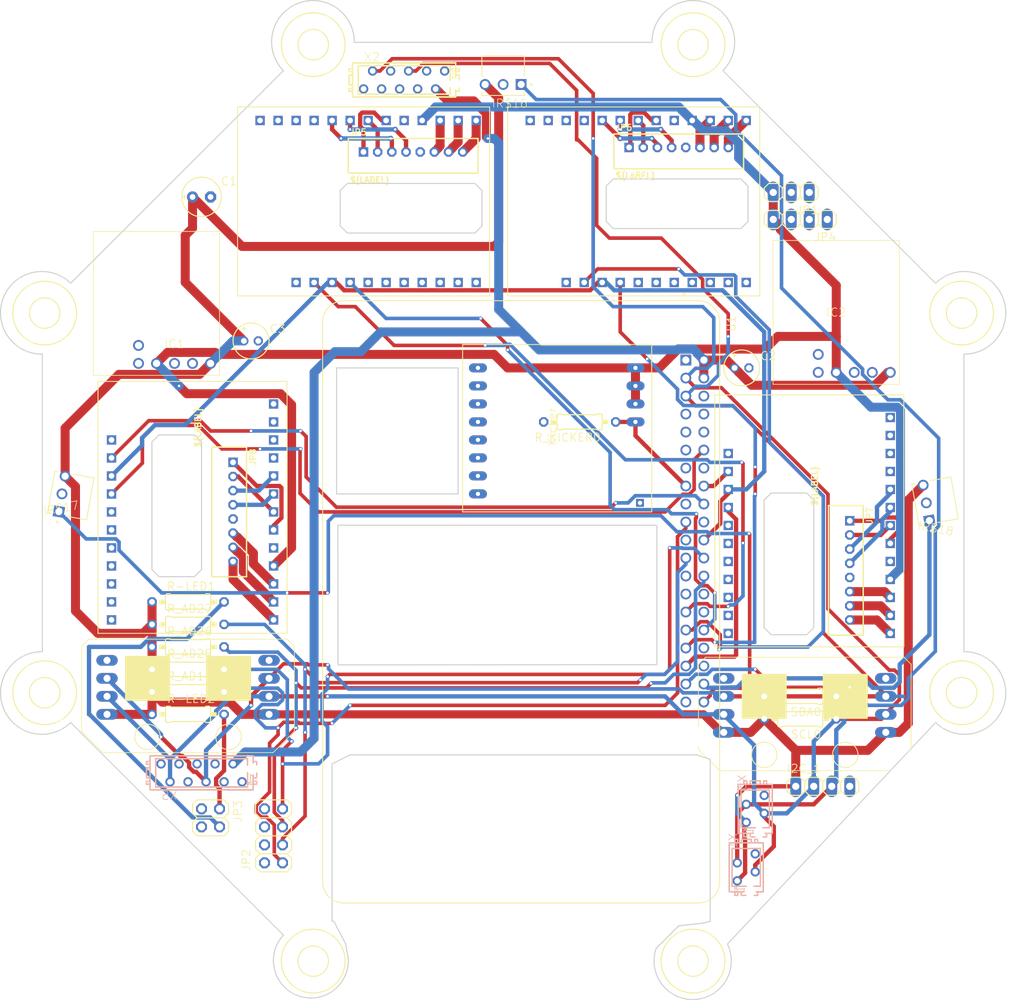
<source format=kicad_pcb>
(kicad_pcb (version 20221018) (generator pcbnew)
  (layers (0 "F.Cu" signal) (31 "B.Cu" signal) (34 "B.Paste" user) (35 "F.Paste" user) (36 "B.SilkS" user "B.Silkscreen") (37 "F.SilkS" user "F.Silkscreen") (38 "B.Mask" user) (39 "F.Mask" user) (44 "Edge.Cuts" user))
  (net 0 "")
  (net 1 "3V3")
  (net 2 "GND")
  (net 3 "+3V3")
  (net 4 "DATA")
  (net 5 "CLOCK")
  (net 6 "N$8")
  (net 7 "N$9")
  (net 8 "+5V")
  (net 9 "ANA2")
  (net 10 "ANA3")
  (net 11 "ANA4")
  (net 12 "+12V")
  (net 13 "ANA1")
  (net 14 "KICK")
  (net 15 "ENA")
  (net 16 "PWM1")
  (net 17 "PWM2")
  (net 18 "PWM3")
  (net 19 "PWM4")
  (net 20 "DIR1")
  (net 21 "DIR2")
  (net 22 "DIR3")
  (net 23 "DIR4")
  (net 24 "N$6")
  (net 25 "N$7")
  (net 26 "N$10")
  (net 27 "N$11")
  (net 28 "N$12")
  (net 29 "N$13")
  (net 30 "N$14")
  (net 31 "N$15")
  (net 32 "N$16")
  (net 33 "N$17")
  (net 34 "N$18")
  (net 35 "N$19")
  (net 36 "N$20")
  (net 37 "N$21")
  (net 38 "N$22")
  (net 39 "N$23")
  (net 40 "N$24")
  (net 41 "N$25")
  (net 42 "N$26")
  (net 43 "N$27")
  (net 44 "N$28")
  (net 45 "N$29")
  (net 46 "N$30")
  (net 47 "N$31")
  (net 48 "N$32")
  (net 49 "N$33")
  (net 50 "N$34")
  (net 51 "N$35")
  (net 52 "IR3")
  (net 53 "IR2")
  (net 54 "IR1")
  (footprint "main_backupboard:0207_10" (layer "F.Cu") (at 190.4111 135.886698 180)
    (fp_text reference "SCL0")
    (fp_text value "10k")
  )
  (footprint "main_backupboard:24_2" (layer "F.Cu") (at 105.3211 106.041698 -90)
    (fp_text reference "U$2" hide)
    (fp_text value "24/2" hide)
  )
  (footprint "main_backupboard:MICROMATCH-10" (layer "F.Cu") (at 134.5311 45.716698)
    (fp_text reference "X2")
    (fp_text value "MICROMATCH-10")
  )
  (footprint "main_backupboard:B8B-PH-K" (layer "F.Cu") (at 197.3961 114.931698 -90)
    (fp_text reference "JP7")
    (fp_text value "B8B-PH-K")
  )
  (footprint "main_backupboard:24_2" (layer "F.Cu") (at 166.9161 62.226698)
    (fp_text reference "U$3" hide)
    (fp_text value "24/2" hide)
  )
  (footprint "main_backupboard:E2,5-6E" (layer "F.Cu") (at 105.9561 62.226698)
    (fp_text reference "C1")
    (fp_text value "10µ")
  )
  (footprint "main_backupboard:4,1" (layer "F.Cu") (at 175.28894 40.735136 67.5)
    (fp_text reference "U$6" hide)
    (fp_text value "" hide)
  )
  (footprint "main_backupboard:E2-5" (layer "F.Cu") (at 182.1561 86.356698)
    (fp_text reference "C2")
    (fp_text value "")
  )
  (footprint "main_backupboard:0207_10" (layer "F.Cu") (at 190.4111 132.711698 180)
    (fp_text reference "SDA0")
    (fp_text value "10K")
  )
  (footprint "main_backupboard:XDCR_TSSP4038" (layer "F.Cu") (at 208.1911 105.406698 100)
    (fp_text reference "IR$18")
    (fp_text value "TSSP4038")
  )
  (footprint "main_backupboard:XDCR_TSSP4038" (layer "F.Cu") (at 148.5011 46.351698 180)
    (fp_text reference "IR$16")
    (fp_text value "TSSP4038")
  )
  (footprint "main_backupboard:E2-5" (layer "F.Cu") (at 112.9411 82.546698)
    (fp_text reference "C3")
    (fp_text value "")
  )
  (footprint "main_backupboard:0207_10" (layer "F.Cu") (at 104.0511 125.726698)
    (fp_text reference "R_AD26")
    (fp_text value "10k")
  )
  (footprint "main_backupboard:4,1" (layer "F.Cu") (at 175.288937 170.078263 22.5)
    (fp_text reference "U$13" hide)
    (fp_text value "" hide)
  )
  (footprint "main_backupboard:4,1" (layer "F.Cu") (at 83.829537 78.618858 67.5)
    (fp_text reference "U$5" hide)
    (fp_text value "" hide)
  )
  (footprint "main_backupboard:0207_10" (layer "F.Cu") (at 104.0511 135.251698)
    (fp_text reference "R-LED2")
    (fp_text value "100")
  )
  (footprint "main_backupboard:TASTER_LED" (layer "F.Cu") (at 104.0511 134.616698 180)
    (fp_text reference "U$8" hide)
    (fp_text value "TASTER_LED" hide)
  )
  (footprint "main_backupboard:4,1" (layer "F.Cu") (at 83.829534 132.194536 22.5)
    (fp_text reference "U$14" hide)
    (fp_text value "" hide)
  )
  (footprint "main_backupboard:1X03" (layer "F.Cu") (at 189.1411 61.591698 180)
    (fp_text reference "JP1")
    (fp_text value "8V-Buchse")
  )
  (footprint "main_backupboard:D36V28FX" (layer "F.Cu") (at 192.9511 84.451698)
    (fp_text reference "IC2")
    (fp_text value "D36V28FX")
  )
  (footprint "main_backupboard:0207_10" (layer "F.Cu") (at 104.0511 122.551698)
    (fp_text reference "R_AD27")
    (fp_text value "10k")
  )
  (footprint "main_backupboard:KICKER" (layer "F.Cu") (at 169.4561 106.676698 90)
    (fp_text reference "U$17" hide)
    (fp_text value "KICKER" hide)
  )
  (footprint "main_backupboard:D36V28FX" (layer "F.Cu") (at 97.0661 83.181698)
    (fp_text reference "IC1")
    (fp_text value "D36V28FX")
  )
  (footprint "main_backupboard:XDCR_TSSP4038" (layer "F.Cu") (at 86.2711 104.136698 80)
    (fp_text reference "IR$17")
    (fp_text value "TSSP4038")
  )
  (footprint "main_backupboard:1X04" (layer "F.Cu") (at 193.5861 145.411698)
    (fp_text reference "I2C_1")
    (fp_text value "i2c-Bus")
  )
  (footprint "main_backupboard:24_2" (layer "F.Cu") (at 192.3161 107.946698 -90)
    (fp_text reference "U$1" hide)
    (fp_text value "24/2" hide)
  )
  (footprint "main_backupboard:B8B-PH-K" (layer "F.Cu") (at 135.8011 55.876698)
    (fp_text reference "JP5")
    (fp_text value "B8B-PH-K")
  )
  (footprint "main_backupboard:MODULE_RASPBERRY_PI_3_MODEL_B+" (layer "F.Cu") (at 151.0411 119.376698 -90)
    (fp_text reference "U1")
    (fp_text value "RASPBERRY_PI_3_MODEL_B+")
  )
  (footprint "main_backupboard:0207_10" (layer "F.Cu") (at 104.0511 119.376698)
    (fp_text reference "R-LED1")
    (fp_text value "100")
  )
  (footprint "main_backupboard:B8B-PH-K" (layer "F.Cu") (at 110.4011 106.676698 -90)
    (fp_text reference "JP8")
    (fp_text value "B8B-PH-K")
  )
  (footprint "main_backupboard:0207_10" (layer "F.Cu") (at 159.2961 93.976698 180)
    (fp_text reference "R_KICKER0")
    (fp_text value "10k")
  )
  (footprint "main_backupboard:24_2" (layer "F.Cu") (at 128.8161 62.226698)
    (fp_text reference "U$4" hide)
    (fp_text value "24/2" hide)
  )
  (footprint "main_backupboard:B8B-PH-K" (layer "F.Cu") (at 173.2661 55.241698)
    (fp_text reference "JP6")
    (fp_text value "B8B-PH-K")
  )
  (footprint "main_backupboard:4,1" (layer "F.Cu") (at 213.172665 78.618861 22.5)
    (fp_text reference "U$12" hide)
    (fp_text value "" hide)
  )
  (footprint "main_backupboard:4,1" (layer "F.Cu") (at 213.172662 132.194539 67.5)
    (fp_text reference "U$7" hide)
    (fp_text value "" hide)
  )
  (footprint "main_backupboard:2X02" (layer "F.Cu") (at 107.2261 149.856698 -90)
    (fp_text reference "JP3")
    (fp_text value "led_out")
  )
  (footprint "main_backupboard:0207_10" (layer "F.Cu") (at 104.0511 132.076698)
    (fp_text reference "R_AD14")
    (fp_text value "10k")
  )
  (footprint "main_backupboard:TASTER_LED" (layer "F.Cu") (at 191.0461 137.156698 180)
    (fp_text reference "U$9" hide)
    (fp_text value "TASTER_LED" hide)
  )
  (footprint "main_backupboard:1X04" (layer "F.Cu") (at 190.4111 65.401698 180)
    (fp_text reference "JP4")
    (fp_text value "12V-Buchse")
  )
  (footprint "main_backupboard:0207_10" (layer "F.Cu") (at 104.0511 128.901698)
    (fp_text reference "R_AD25")
    (fp_text value "10k")
  )
  (footprint "main_backupboard:4,1" (layer "F.Cu") (at 121.713262 40.735133 22.5)
    (fp_text reference "U$11" hide)
    (fp_text value "" hide)
  )
  (footprint "main_backupboard:4,1" (layer "F.Cu") (at 121.713259 170.07826 67.5)
    (fp_text reference "U$10" hide)
    (fp_text value "" hide)
  )
  (footprint "main_backupboard:2X04" (layer "F.Cu") (at 116.1161 152.396698 90)
    (fp_text reference "JP2")
    (fp_text value "Ana.input")
  )
  (footprint "main_backupboard:MICROMATCH-4" (layer "B.Cu") (at 184.0611 148.586698 -90)
    (fp_text reference "X3")
    (fp_text value "MICROMATCH-4")
  )
  (footprint "main_backupboard:MICROMATCH-10" (layer "B.Cu") (at 105.9561 143.506698)
    (fp_text reference "X5")
    (fp_text value "MICROMATCH-10")
  )
  (footprint "main_backupboard:MICROMATCH-4" (layer "B.Cu") (at 182.7911 156.841698 -90)
    (fp_text reference "X1")
    (fp_text value "MICROMATCH-4")
  )
  (gr_line (start 124.3711 164.461698) (end 124.6251 164.461698) (stroke (width 0.1524)) (layer "Edge.Cuts"))
  (gr_line (start 179.5011 44.406698) (end 209.5011 74.406698) (stroke (width 0.1524)) (layer "Edge.Cuts"))
  (gr_line (start 145.5211 66.321698) (end 145.5211 61.321698) (stroke (width 0.1524)) (layer "Edge.Cuts"))
  (gr_line (start 126.5211 60.321698) (end 125.5211 61.321698) (stroke (width 0.1524)) (layer "Edge.Cuts"))
  (gr_line (start 164.0411 59.686698) (end 163.0411 60.686698) (stroke (width 0.1524)) (layer "Edge.Cuts"))
  (gr_arc (start 209.5011 74.406698) (mid 218.984128 76.413487) (end 213.501099 84.406698) (stroke (width 0.1524)) (layer "Edge.Cuts"))
  (gr_line (start 144.5211 67.321698) (end 145.5211 66.321698) (stroke (width 0.1524)) (layer "Edge.Cuts"))
  (gr_line (start 182.0411 66.686698) (end 183.0411 65.686698) (stroke (width 0.1524)) (layer "Edge.Cuts"))
  (gr_line (start 125.5211 61.321698) (end 125.5211 66.321698) (stroke (width 0.1524)) (layer "Edge.Cuts"))
  (gr_line (start 142.1511 104.136698) (end 125.0061 104.136698) (stroke (width 0.1524)) (layer "Edge.Cuts"))
  (gr_arc (start 126.6571 169.795698) (mid 119.543101 174.952658) (end 117.5011 166.406697) (stroke (width 0.1524)) (layer "Edge.Cuts"))
  (gr_line (start 177.7111 141.601698) (end 175.8061 140.966698) (stroke (width 0.1524)) (layer "Edge.Cuts"))
  (gr_line (start 183.0411 65.686698) (end 183.0411 60.686698) (stroke (width 0.1524)) (layer "Edge.Cuts"))
  (gr_line (start 191.3161 124.016698) (end 192.3161 123.016698) (stroke (width 0.1524)) (layer "Edge.Cuts"))
  (gr_line (start 98.9561 96.816698) (end 98.9561 114.816698) (stroke (width 0.1524)) (layer "Edge.Cuts"))
  (gr_line (start 125.0061 86.356698) (end 125.0061 104.136698) (stroke (width 0.1524)) (layer "Edge.Cuts"))
  (gr_line (start 125.1839 108.556298) (end 125.2093 128.266698) (stroke (width 0.1524)) (layer "Edge.Cuts"))
  (gr_line (start 163.0411 60.686698) (end 163.0411 65.686698) (stroke (width 0.1524)) (layer "Edge.Cuts"))
  (gr_line (start 183.0411 60.686698) (end 182.0411 59.686698) (stroke (width 0.1524)) (layer "Edge.Cuts"))
  (gr_line (start 186.3161 104.016698) (end 185.3161 105.016698) (stroke (width 0.1524)) (layer "Edge.Cuts"))
  (gr_line (start 170.1927 108.556298) (end 125.1839 108.556298) (stroke (width 0.1524)) (layer "Edge.Cuts"))
  (gr_line (start 209.5011 136.406698) (end 180.1361 167.676698) (stroke (width 0.1524)) (layer "Edge.Cuts"))
  (gr_arc (start 180.1361 167.676698) (mid 175.558839 175.4909) (end 170.0911 168.271697) (stroke (width 0.1524)) (layer "Edge.Cuts"))
  (gr_line (start 213.5011 84.406698) (end 213.5011 126.406698) (stroke (width 0.1524)) (layer "Edge.Cuts"))
  (gr_line (start 170.1927 128.241298) (end 170.1927 108.556298) (stroke (width 0.1524)) (layer "Edge.Cuts"))
  (gr_line (start 185.3161 123.016698) (end 186.3161 124.016698) (stroke (width 0.1524)) (layer "Edge.Cuts"))
  (gr_line (start 105.9561 114.816698) (end 105.9561 96.816698) (stroke (width 0.1524)) (layer "Edge.Cuts"))
  (gr_line (start 177.7111 164.461698) (end 177.7111 141.601698) (stroke (width 0.1524)) (layer "Edge.Cuts"))
  (gr_line (start 176.6951 164.715698) (end 173.2661 165.096698) (stroke (width 0.1524)) (layer "Edge.Cuts"))
  (gr_line (start 164.0411 66.686698) (end 182.0411 66.686698) (stroke (width 0.1524)) (layer "Edge.Cuts"))
  (gr_line (start 124.3711 142.236698) (end 126.9111 140.966698) (stroke (width 0.1524)) (layer "Edge.Cuts"))
  (gr_line (start 124.6251 164.461698) (end 126.2761 167.636698) (stroke (width 0.1524)) (layer "Edge.Cuts"))
  (gr_line (start 98.9561 114.816698) (end 99.9561 115.816698) (stroke (width 0.1524)) (layer "Edge.Cuts"))
  (gr_line (start 192.3161 123.016698) (end 192.3161 105.016698) (stroke (width 0.1524)) (layer "Edge.Cuts"))
  (gr_line (start 125.5211 66.321698) (end 126.5211 67.321698) (stroke (width 0.1524)) (layer "Edge.Cuts"))
  (gr_line (start 83.5011 126.406698) (end 83.5011 84.406698) (stroke (width 0.1524)) (layer "Edge.Cuts"))
  (gr_line (start 142.1511 86.356698) (end 125.0061 86.356698) (stroke (width 0.1524)) (layer "Edge.Cuts"))
  (gr_arc (start 213.5011 126.406698) (mid 218.984129 134.399911) (end 209.501098 136.406699) (stroke (width 0.1524)) (layer "Edge.Cuts"))
  (gr_arc (start 169.5011 40.406698) (mid 177.494312 34.92367) (end 179.501099 44.406699) (stroke (width 0.1524)) (layer "Edge.Cuts"))
  (gr_line (start 192.3161 105.016698) (end 191.3161 104.016698) (stroke (width 0.1524)) (layer "Edge.Cuts"))
  (gr_arc (start 83.5011 84.406698) (mid 78.018071 76.413487) (end 87.5011 74.406698) (stroke (width 0.1524)) (layer "Edge.Cuts"))
  (gr_line (start 191.3161 104.016698) (end 186.3161 104.016698) (stroke (width 0.1524)) (layer "Edge.Cuts"))
  (gr_line (start 185.3161 105.016698) (end 185.3161 123.016698) (stroke (width 0.1524)) (layer "Edge.Cuts"))
  (gr_line (start 182.0411 59.686698) (end 164.0411 59.686698) (stroke (width 0.1524)) (layer "Edge.Cuts"))
  (gr_line (start 87.5011 74.406698) (end 117.5011 44.406698) (stroke (width 0.1524)) (layer "Edge.Cuts"))
  (gr_line (start 104.9561 115.816698) (end 105.9561 114.816698) (stroke (width 0.1524)) (layer "Edge.Cuts"))
  (gr_line (start 144.5211 60.321698) (end 126.5211 60.321698) (stroke (width 0.1524)) (layer "Edge.Cuts"))
  (gr_arc (start 87.5011 136.406698) (mid 78.018072 134.399911) (end 83.501099 126.406699) (stroke (width 0.1524)) (layer "Edge.Cuts"))
  (gr_line (start 117.5011 166.406698) (end 87.5011 136.406698) (stroke (width 0.1524)) (layer "Edge.Cuts"))
  (gr_line (start 125.2093 128.266698) (end 170.1927 128.241298) (stroke (width 0.1524)) (layer "Edge.Cuts"))
  (gr_line (start 145.5211 61.321698) (end 144.5211 60.321698) (stroke (width 0.1524)) (layer "Edge.Cuts"))
  (gr_line (start 104.9561 95.816698) (end 99.9561 95.816698) (stroke (width 0.1524)) (layer "Edge.Cuts"))
  (gr_line (start 99.9561 115.816698) (end 104.9561 115.816698) (stroke (width 0.1524)) (layer "Edge.Cuts"))
  (gr_line (start 176.6951 164.715698) (end 177.7111 164.461698) (stroke (width 0.1524)) (layer "Edge.Cuts"))
  (gr_line (start 142.1511 104.136698) (end 142.1511 86.356698) (stroke (width 0.1524)) (layer "Edge.Cuts"))
  (gr_line (start 126.9111 140.966698) (end 175.8061 140.966698) (stroke (width 0.1524)) (layer "Edge.Cuts"))
  (gr_line (start 126.5211 67.321698) (end 144.5211 67.321698) (stroke (width 0.1524)) (layer "Edge.Cuts"))
  (gr_line (start 173.2661 165.096698) (end 170.0911 168.271698) (stroke (width 0.1524)) (layer "Edge.Cuts"))
  (gr_line (start 163.0411 65.686698) (end 164.0411 66.686698) (stroke (width 0.1524)) (layer "Edge.Cuts"))
  (gr_arc (start 117.5011 44.406698) (mid 119.507888 34.923671) (end 127.501098 40.406699) (stroke (width 0.1524)) (layer "Edge.Cuts"))
  (gr_line (start 105.9561 96.816698) (end 104.9561 95.816698) (stroke (width 0.1524)) (layer "Edge.Cuts"))
  (gr_line (start 124.3711 142.236698) (end 124.3711 164.461698) (stroke (width 0.1524)) (layer "Edge.Cuts"))
  (gr_line (start 126.2761 167.636698) (end 126.6571 169.795698) (stroke (width 0.1524)) (layer "Edge.Cuts"))
  (gr_line (start 127.5011 40.406698) (end 169.5011 40.406698) (stroke (width 0.1524)) (layer "Edge.Cuts"))
  (gr_line (start 186.3161 124.016698) (end 191.3161 124.016698) (stroke (width 0.1524)) (layer "Edge.Cuts"))
  (gr_line (start 99.9561 95.816698) (end 98.9561 96.816698) (stroke (width 0.1524)) (layer "Edge.Cuts"))
  (segment (start 205.6511 105.00422) (end 207.750031 102.905289) (width 1.27) (layer "F.Cu") (net 3))
  (segment (start 88.1761 103.099223) (end 88.1761 120.646698) (width 1.27) (layer "F.Cu") (net 3))
  (segment (start 98.9711 122.551698) (end 98.9711 125.726698) (width 1.27) (layer "F.Cu") (net 3))
  (segment (start 88.1761 120.646698) (end 91.3511 123.821698) (width 1.27) (layer "F.Cu") (net 3))
  (segment (start 91.3511 123.821698) (end 97.7011 123.821698) (width 1.27) (layer "F.Cu") (net 3))
  (segment (start 202.4761 137.791698) (end 204.3811 137.791698) (width 1.27) (layer "F.Cu") (net 3))
  (segment (start 98.9711 122.551698) (end 98.9711 119.376698) (width 1.27) (layer "F.Cu") (net 3))
  (segment (start 179.312031 137.791698) (end 179.6161 137.791698) (width 1.143) (layer "F.Cu") (net 3))
  (segment (start 97.7011 123.821698) (end 98.9711 122.551698) (width 1.27) (layer "F.Cu") (net 3))
  (segment (start 98.9711 125.726698) (end 98.9711 128.901698) (width 1.27) (layer "F.Cu") (net 3))
  (segment (start 182.5403 152.784455) (end 182.6323 152.876455) (width 0.6096) (layer "F.Cu") (net 3))
  (segment (start 98.9711 132.076698) (end 100.4189 133.524498) (width 1.27) (layer "F.Cu") (net 3))
  (segment (start 104.6861 66.625336) (end 104.6861 62.226698) (width 1.27) (layer "F.Cu") (net 3))
  (segment (start 100.4189 133.524498) (end 109.9439 133.524498) (width 1.27) (layer "F.Cu") (net 3))
  (segment (start 105.6737 87.274098) (end 94.290062 87.274098) (width 1.27) (layer "F.Cu") (net 3))
  (segment (start 205.6511 136.521698) (end 205.6511 105.00422) (width 1.27) (layer "F.Cu") (net 3))
  (segment (start 204.3811 137.791698) (end 205.6511 136.521698) (width 1.27) (layer "F.Cu") (net 3))
  (segment (start 109.9439 133.524498) (end 111.6711 135.251698) (width 1.27) (layer "F.Cu") (net 3))
  (segment (start 179.312031 137.791698) (end 176.772031 135.251698) (width 1.143) (layer "F.Cu") (net 3))
  (segment (start 111.6711 69.211698) (end 147.2311 69.211698) (width 1.27) (layer "F.Cu") (net 3))
  (segment (start 98.9711 132.076698) (end 98.9711 135.251698) (width 1.27) (layer "F.Cu") (net 3))
  (segment (start 86.712165 101.635289) (end 88.1761 103.099223) (width 1.27) (layer "F.Cu") (net 3))
  (segment (start 185.3311 135.886698) (end 189.7761 140.331698) (width 1.27) (layer "F.Cu") (net 3))
  (segment (start 107.2261 85.721698) (end 105.6737 87.274098) (width 1.27) (layer "F.Cu") (net 3))
  (segment (start 182.7911 145.411698) (end 189.7761 145.411698) (width 0.6096) (layer "F.Cu") (net 3))
  (segment (start 111.9251 82.546698) (end 103.6551 74.276698) (width 1.27) (layer "F.Cu") (net 3))
  (segment (start 94.290062 87.274098) (end 86.712165 94.851995) (width 1.27) (layer "F.Cu") (net 3))
  (segment (start 104.6861 62.226698) (end 111.6711 69.211698) (width 1.27) (layer "F.Cu") (net 3))
  (segment (start 183.4261 137.791698) (end 185.3311 135.886698) (width 1.27) (layer "F.Cu") (net 3))
  (segment (start 179.6161 137.791698) (end 183.4261 137.791698) (width 1.27) (layer "F.Cu") (net 3))
  (segment (start 103.6551 67.656336) (end 104.6861 66.625336) (width 1.27) (layer "F.Cu") (net 3))
  (segment (start 189.7761 140.331698) (end 199.9361 140.331698) (width 1.27) (layer "F.Cu") (net 3))
  (segment (start 199.9361 140.331698) (end 202.4761 137.791698) (width 1.27) (layer "F.Cu") (net 3))
  (segment (start 147.2311 69.211698) (end 147.8661 68.576698) (width 1.27) (layer "F.Cu") (net 3))
  (segment (start 182.5403 151.068942) (end 182.5403 152.784455) (width 0.6096) (layer "F.Cu") (net 3))
  (segment (start 103.6551 74.276698) (end 103.6551 67.656336) (width 1.27) (layer "F.Cu") (net 3))
  (segment (start 98.9711 135.251698) (end 92.6211 135.251698) (width 1.27) (layer "F.Cu") (net 3))
  (segment (start 115.4811 135.251698) (end 176.772031 135.251698) (width 1.143) (layer "F.Cu") (net 3))
  (segment (start 147.8661 68.576698) (end 147.8661 48.256698) (width 1.27) (layer "F.Cu") (net 3))
  (segment (start 182.7911 150.491698) (end 182.7911 150.818142) (width 0.6096) (layer "F.Cu") (net 3))
  (segment (start 147.8661 48.256698) (end 145.9611 46.351698) (width 1.27) (layer "F.Cu") (net 3))
  (segment (start 182.6323 157.635498) (end 181.5211 158.746698) (width 0.6096) (layer "F.Cu") (net 3))
  (segment (start 86.712165 94.851995) (end 86.712165 101.635289) (width 1.27) (layer "F.Cu") (net 3))
  (segment (start 111.6711 135.251698) (end 115.4811 135.251698) (width 1.27) (layer "F.Cu") (net 3))
  (segment (start 182.7911 150.818142) (end 182.5403 151.068942) (width 0.6096) (layer "F.Cu") (net 3))
  (segment (start 98.9711 128.901698) (end 98.9711 132.076698) (width 1.27) (layer "F.Cu") (net 3))
  (segment (start 182.6323 152.876455) (end 182.6323 157.635498) (width 0.6096) (layer "F.Cu") (net 3))
  (segment (start 181.5211 146.681698) (end 182.7911 145.411698) (width 0.6096) (layer "F.Cu") (net 3))
  (segment (start 189.7761 140.331698) (end 189.7761 145.411698) (width 1.27) (layer "F.Cu") (net 3))
  (via (at 181.5211 146.681698) (size 0.6096) (drill 0.35) (layers "F.Cu" "B.Cu") (net 3))
  (segment (start 185.3311 135.886698) (end 185.3311 132.711698) (width 1.27) (layer "B.Cu") (net 3))
  (segment (start 181.5211 149.221698) (end 181.5211 146.681698) (width 0.6096) (layer "B.Cu") (net 3))
  (segment (start 182.7911 150.491698) (end 181.5211 149.221698) (width 0.6096) (layer "B.Cu") (net 3))
  (segment (start 110.4011 82.546698) (end 111.9251 82.546698) (width 1.27) (layer "B.Cu") (net 3))
  (segment (start 107.2261 85.721698) (end 110.4011 82.546698) (width 1.27) (layer "B.Cu") (net 3))
  (segment (start 203.710756 129.011298) (end 202.967012 129.011298) (width 0.508) (layer "F.Cu") (net 4))
  (segment (start 123.7361 132.711698) (end 115.4811 132.711698) (width 0.6096) (layer "F.Cu") (net 4))
  (segment (start 130.0861 44.446698) (end 131.117412 44.446698) (width 0.508) (layer "F.Cu") (net 4))
  (segment (start 202.4761 135.251698) (end 202.4761 135.106755) (width 0.508) (layer "F.Cu") (net 4))
  (segment (start 204.3905 129.691042) (end 203.710756 129.011298) (width 0.508) (layer "F.Cu") (net 4))
  (segment (start 132.844612 42.719498) (end 156.2989 42.719498) (width 0.508) (layer "F.Cu") (net 4))
  (segment (start 179.295468 89.158298) (end 175.6427 89.158298) (width 0.508) (layer "F.Cu") (net 4))
  (segment (start 204.3905 133.192355) (end 204.3905 129.691042) (width 0.508) (layer "F.Cu") (net 4))
  (segment (start 131.117412 44.446698) (end 132.844612 42.719498) (width 0.508) (layer "F.Cu") (net 4))
  (segment (start 186.6819 153.887373) (end 184.0611 156.508173) (width 0.6096) (layer "F.Cu") (net 4))
  (segment (start 194.3227 120.366986) (end 194.3227 104.18553) (width 0.508) (layer "F.Cu") (net 4))
  (segment (start 185.3311 149.718142) (end 186.6819 151.068942) (width 0.6096) (layer "F.Cu") (net 4))
  (segment (start 202.4761 135.106755) (end 204.3905 133.192355) (width 0.508) (layer "F.Cu") (net 4))
  (segment (start 194.3227 104.18553) (end 179.295468 89.158298) (width 0.508) (layer "F.Cu") (net 4))
  (segment (start 161.2011 47.621698) (end 161.2011 53.971698) (width 0.508) (layer "F.Cu") (net 4))
  (segment (start 185.3311 149.221698) (end 185.3311 149.718142) (width 0.6096) (layer "F.Cu") (net 4))
  (segment (start 202.4761 135.251698) (end 201.8411 135.886698) (width 0.6096) (layer "F.Cu") (net 4))
  (segment (start 184.0611 156.508173) (end 184.0611 157.476698) (width 0.6096) (layer "F.Cu") (net 4))
  (segment (start 202.967012 129.011298) (end 194.3227 120.366986) (width 0.508) (layer "F.Cu") (net 4))
  (segment (start 161.2011 47.621698) (end 156.2989 42.719498) (width 0.508) (layer "F.Cu") (net 4))
  (segment (start 201.8411 135.886698) (end 195.4911 135.886698) (width 0.6096) (layer "F.Cu") (net 4))
  (segment (start 175.6427 89.158298) (end 174.2711 87.786698) (width 0.508) (layer "F.Cu") (net 4))
  (segment (start 186.6819 151.068942) (end 186.6819 153.887373) (width 0.6096) (layer "F.Cu") (net 4))
  (via (at 161.2011 53.971698) (size 0.508) (drill 0.35) (layers "F.Cu" "B.Cu") (net 4))
  (via (at 123.7361 132.711698) (size 0.6096) (drill 0.35) (layers "F.Cu" "B.Cu") (net 4))
  (segment (start 161.2011 53.971698) (end 161.2011 74.904436) (width 0.508) (layer "B.Cu") (net 4))
  (segment (start 178.2111 85.499067) (end 177.295068 86.415098) (width 0.508) (layer "B.Cu") (net 4))
  (segment (start 179.6161 135.251698) (end 173.885037 135.251698) (width 0.6096) (layer "B.Cu") (net 4))
  (segment (start 108.0135 135.099298) (end 108.0135 134.788767) (width 0.6096) (layer "B.Cu") (net 4))
  (segment (start 101.5111 144.776698) (end 101.5111 141.601698) (width 0.6096) (layer "B.Cu") (net 4))
  (segment (start 192.3161 145.411698) (end 188.5061 149.221698) (width 0.6096) (layer "B.Cu") (net 4))
  (segment (start 173.885037 135.251698) (end 171.345037 132.711698) (width 0.6096) (layer "B.Cu") (net 4))
  (segment (start 108.0135 134.788767) (end 110.090568 132.711698) (width 0.6096) (layer "B.Cu") (net 4))
  (segment (start 179.6161 135.324798) (end 183.9023 139.610998) (width 0.6096) (layer "B.Cu") (net 4))
  (segment (start 175.6427 86.415098) (end 174.2711 87.786698) (width 0.508) (layer "B.Cu") (net 4))
  (segment (start 185.3311 149.221698) (end 185.3311 149.718142) (width 0.6096) (layer "B.Cu") (net 4))
  (segment (start 161.2011 74.904436) (end 164.003362 77.706698) (width 0.508) (layer "B.Cu") (net 4))
  (segment (start 92.6211 132.711698) (end 101.5111 141.601698) (width 0.6096) (layer "B.Cu") (net 4))
  (segment (start 176.647056 77.706698) (end 178.2111 79.270742) (width 0.508) (layer "B.Cu") (net 4))
  (segment (start 164.003362 77.706698) (end 176.647056 77.706698) (width 0.508) (layer "B.Cu") (net 4))
  (segment (start 171.345037 132.711698) (end 123.7361 132.711698) (width 0.6096) (layer "B.Cu") (net 4))
  (segment (start 192.3161 139.061698) (end 192.3161 145.411698) (width 0.6096) (layer "B.Cu") (net 4))
  (segment (start 101.5111 141.601698) (end 108.0135 135.099298) (width 0.6096) (layer "B.Cu") (net 4))
  (segment (start 178.2111 79.270742) (end 178.2111 85.499067) (width 0.508) (layer "B.Cu") (net 4))
  (segment (start 188.5061 149.221698) (end 185.3311 149.221698) (width 0.6096) (layer "B.Cu") (net 4))
  (segment (start 110.090568 132.711698) (end 115.4811 132.711698) (width 0.6096) (layer "B.Cu") (net 4))
  (segment (start 183.9023 139.610998) (end 183.9023 147.792898) (width 0.6096) (layer "B.Cu") (net 4))
  (segment (start 179.6161 135.251698) (end 179.6161 135.324798) (width 0.6096) (layer "B.Cu") (net 4))
  (segment (start 195.4911 135.886698) (end 192.3161 139.061698) (width 0.6096) (layer "B.Cu") (net 4))
  (segment (start 183.9023 147.792898) (end 185.3311 149.221698) (width 0.6096) (layer "B.Cu") (net 4))
  (segment (start 177.295068 86.415098) (end 175.6427 86.415098) (width 0.508) (layer "B.Cu") (net 4))
  (segment (start 135.1661 44.446698) (end 136.197412 44.446698) (width 0.508) (layer "F.Cu") (net 5))
  (segment (start 136.197412 44.446698) (end 137.264212 43.379898) (width 0.508) (layer "F.Cu") (net 5))
  (segment (start 183.750568 132.711698) (end 179.6161 132.711698) (width 0.6096) (layer "F.Cu") (net 5))
  (segment (start 112.9411 132.711698) (end 115.4811 130.171698) (width 0.6096) (layer "F.Cu") (net 5))
  (segment (start 202.4761 132.566755) (end 193.6623 123.752955) (width 0.508) (layer "F.Cu") (net 5))
  (segment (start 103.244031 141.119098) (end 104.2035 142.078567) (width 0.6096) (layer "F.Cu") (net 5))
  (segment (start 186.911631 132.711698) (end 185.794031 133.829298) (width 0.6096) (layer "F.Cu") (net 5))
  (segment (start 175.6427 91.698298) (end 174.2711 90.326698) (width 0.508) (layer "F.Cu") (net 5))
  (segment (start 104.2035 142.69963) (end 104.858168 143.354298) (width 0.6096) (layer "F.Cu") (net 5))
  (segment (start 192.3161 147.951698) (end 182.7911 147.951698) (width 0.6096) (layer "F.Cu") (net 5))
  (segment (start 161.6949 56.795898) (end 161.6949 66.244317) (width 0.508) (layer "F.Cu") (net 5))
  (segment (start 195.4911 132.711698) (end 202.4761 132.711698) (width 0.6096) (layer "F.Cu") (net 5))
  (segment (start 158.8707 47.196298) (end 158.8707 53.971698) (width 0.508) (layer "F.Cu") (net 5))
  (segment (start 180.901518 91.698298) (end 175.6427 91.698298) (width 0.508) (layer "F.Cu") (net 5))
  (segment (start 155.0543 43.379898) (end 158.8707 47.196298) (width 0.508) (layer "F.Cu") (net 5))
  (segment (start 195.4911 132.711698) (end 186.911631 132.711698) (width 0.6096) (layer "F.Cu") (net 5))
  (segment (start 102.9335 141.119098) (end 103.244031 141.119098) (width 0.6096) (layer "F.Cu") (net 5))
  (segment (start 112.9411 133.981698) (end 112.9411 132.711698) (width 0.6096) (layer "F.Cu") (net 5))
  (segment (start 176.6507 73.888561) (end 176.6507 75.114036) (width 0.508) (layer "F.Cu") (net 5))
  (segment (start 193.6623 123.752955) (end 193.6623 104.45908) (width 0.508) (layer "F.Cu") (net 5))
  (segment (start 104.2035 142.078567) (end 104.2035 142.69963) (width 0.6096) (layer "F.Cu") (net 5))
  (segment (start 182.7911 147.951698) (end 181.5211 149.221698) (width 0.6096) (layer "F.Cu") (net 5))
  (segment (start 137.264212 43.379898) (end 155.0543 43.379898) (width 0.508) (layer "F.Cu") (net 5))
  (segment (start 163.483481 68.032898) (end 170.795037 68.032898) (width 0.508) (layer "F.Cu") (net 5))
  (segment (start 181.5211 149.221698) (end 181.5211 156.206698) (width 0.6096) (layer "F.Cu") (net 5))
  (segment (start 121.035693 128.266698) (end 123.7361 128.266698) (width 0.508) (layer "F.Cu") (net 5))
  (segment (start 202.4761 132.711698) (end 202.4761 132.566755) (width 0.508) (layer "F.Cu") (net 5))
  (segment (start 194.8561 145.411698) (end 192.3161 147.951698) (width 0.6096) (layer "F.Cu") (net 5))
  (segment (start 158.8707 53.971698) (end 158.8707 54.186836) (width 0.508) (layer "F.Cu") (net 5))
  (segment (start 180.2511 78.714436) (end 180.2511 81.911698) (width 0.508) (layer "F.Cu") (net 5))
  (segment (start 185.794031 133.829298) (end 184.868168 133.829298) (width 0.6096) (layer "F.Cu") (net 5))
  (segment (start 104.858168 143.354298) (end 105.1687 143.354298) (width 0.6096) (layer "F.Cu") (net 5))
  (segment (start 170.795037 68.032898) (end 176.6507 73.888561) (width 0.508) (layer "F.Cu") (net 5))
  (segment (start 120.886093 128.117098) (end 121.035693 128.266698) (width 0.508) (layer "F.Cu") (net 5))
  (segment (start 117.5357 128.117098) (end 120.886093 128.117098) (width 0.508) (layer "F.Cu") (net 5))
  (segment (start 193.6623 104.45908) (end 180.901518 91.698298) (width 0.508) (layer "F.Cu") (net 5))
  (segment (start 100.2411 138.426698) (end 102.9335 141.119098) (width 0.6096) (layer "F.Cu") (net 5))
  (segment (start 184.868168 133.829298) (end 183.750568 132.711698) (width 0.6096) (layer "F.Cu") (net 5))
  (segment (start 176.6507 75.114036) (end 180.2511 78.714436) (width 0.508) (layer "F.Cu") (net 5))
  (segment (start 161.6949 66.244317) (end 163.483481 68.032898) (width 0.508) (layer "F.Cu") (net 5))
  (segment (start 105.1687 143.354298) (end 106.5911 144.776698) (width 0.6096) (layer "F.Cu") (net 5))
  (segment (start 115.4811 130.171698) (end 117.5357 128.117098) (width 0.508) (layer "F.Cu") (net 5))
  (segment (start 158.8707 53.971698) (end 161.6949 56.795898) (width 0.508) (layer "F.Cu") (net 5))
  (via (at 123.7361 128.266698) (size 0.508) (drill 0.35) (layers "F.Cu" "B.Cu") (net 5))
  (via (at 180.2511 81.911698) (size 0.508) (drill 0.35) (layers "F.Cu" "B.Cu") (net 5))
  (via (at 100.2411 138.426698) (size 0.6096) (drill 0.35) (layers "F.Cu" "B.Cu") (net 5))
  (via (at 112.9411 133.981698) (size 0.6096) (drill 0.35) (layers "F.Cu" "B.Cu") (net 5))
  (segment (start 106.5911 140.331698) (end 106.5911 144.776698) (width 0.6096) (layer "B.Cu") (net 5))
  (segment (start 196.6087 135.423767) (end 196.6087 136.34963) (width 0.6096) (layer "B.Cu") (net 5))
  (segment (start 173.863731 132.211698) (end 179.1161 132.211698) (width 0.508) (layer "B.Cu") (net 5))
  (segment (start 196.6087 136.34963) (end 195.4911 137.46723) (width 0.6096) (layer "B.Cu") (net 5))
  (segment (start 123.8631 128.825333) (end 126.705265 131.667498) (width 0.508) (layer "B.Cu") (net 5))
  (segment (start 112.9411 133.981698) (end 106.5911 140.331698) (width 0.6096) (layer "B.Cu") (net 5))
  (segment (start 195.4911 137.46723) (end 195.4911 144.776698) (width 0.6096) (layer "B.Cu") (net 5))
  (segment (start 123.7361 128.266698) (end 123.8631 128.393698) (width 0.508) (layer "B.Cu") (net 5))
  (segment (start 177.295068 88.955098) (end 175.6427 88.955098) (width 0.508) (layer "B.Cu") (net 5))
  (segment (start 100.2411 138.10223) (end 100.2411 138.426698) (width 0.6096) (layer "B.Cu") (net 5))
  (segment (start 126.705265 131.667498) (end 173.319531 131.667498) (width 0.508) (layer "B.Cu") (net 5))
  (segment (start 195.4911 144.776698) (end 194.8561 145.411698) (width 0.6096) (layer "B.Cu") (net 5))
  (segment (start 173.319531 131.667498) (end 173.863731 132.211698) (width 0.508) (layer "B.Cu") (net 5))
  (segment (start 180.2511 81.911698) (end 180.2511 84.393017) (width 0.508) (layer "B.Cu") (net 5))
  (segment (start 175.6427 88.955098) (end 174.2711 90.326698) (width 0.508) (layer "B.Cu") (net 5))
  (segment (start 178.8715 87.378667) (end 177.295068 88.955098) (width 0.508) (layer "B.Cu") (net 5))
  (segment (start 195.4911 132.711698) (end 195.4911 134.306167) (width 0.6096) (layer "B.Cu") (net 5))
  (segment (start 123.8631 128.393698) (end 123.8631 128.825333) (width 0.508) (layer "B.Cu") (net 5))
  (segment (start 97.8535 135.404098) (end 97.8535 135.71463) (width 0.6096) (layer "B.Cu") (net 5))
  (segment (start 205.0161 132.711698) (end 202.4761 132.711698) (width 0.508) (layer "B.Cu") (net 5))
  (segment (start 178.8715 85.772617) (end 178.8715 87.378667) (width 0.508) (layer "B.Cu") (net 5))
  (segment (start 97.8535 135.71463) (end 100.2411 138.10223) (width 0.6096) (layer "B.Cu") (net 5))
  (segment (start 195.4911 134.306167) (end 196.6087 135.423767) (width 0.6096) (layer "B.Cu") (net 5))
  (segment (start 180.2511 84.393017) (end 178.8715 85.772617) (width 0.508) (layer "B.Cu") (net 5))
  (segment (start 179.1161 132.211698) (end 179.6161 132.711698) (width 0.508) (layer "B.Cu") (net 5))
  (segment (start 92.6211 130.171698) (end 97.8535 135.404098) (width 0.6096) (layer "B.Cu") (net 5))
  (segment (start 104.7084 149.805898) (end 90.1542 135.251698) (width 0.6096) (layer "B.Cu") (net 6))
  (segment (start 90.1542 135.251698) (end 90.0811 135.251698) (width 0.6096) (layer "B.Cu") (net 6))
  (segment (start 97.390568 125.726698) (end 98.508168 124.609098) (width 0.6096) (layer "B.Cu") (net 6))
  (segment (start 90.0811 135.251698) (end 90.0811 125.726698) (width 0.6096) (layer "B.Cu") (net 6))
  (segment (start 90.0811 125.726698) (end 97.390568 125.726698) (width 0.6096) (layer "B.Cu") (net 6))
  (segment (start 107.1753 149.805898) (end 104.7084 149.805898) (width 0.6096) (layer "B.Cu") (net 6))
  (segment (start 103.8987 124.609098) (end 109.1311 119.376698) (width 0.6096) (layer "B.Cu") (net 6))
  (segment (start 98.508168 124.609098) (end 103.8987 124.609098) (width 0.6096) (layer "B.Cu") (net 6))
  (segment (start 108.4961 151.126698) (end 107.1753 149.805898) (width 0.6096) (layer "B.Cu") (net 6))
  (segment (start 108.0135 145.23963) (end 108.4961 145.72223) (width 0.6096) (layer "F.Cu") (net 7))
  (segment (start 109.1311 143.196167) (end 109.1311 135.251698) (width 0.6096) (layer "F.Cu") (net 7))
  (segment (start 108.4961 145.72223) (end 108.4961 148.586698) (width 0.6096) (layer "F.Cu") (net 7))
  (segment (start 108.0135 145.23963) (end 108.0135 144.313767) (width 0.6096) (layer "F.Cu") (net 7))
  (segment (start 108.0135 144.313767) (end 109.1311 143.196167) (width 0.6096) (layer "F.Cu") (net 7))
  (segment (start 181.1401 86.356698) (end 181.7243 86.940898) (width 1.27) (layer "F.Cu") (net 8))
  (segment (start 180.0301 85.246698) (end 181.1401 86.356698) (width 1.27) (layer "F.Cu") (net 8))
  (segment (start 181.7243 86.940898) (end 181.7243 86.956398) (width 1.27) (layer "F.Cu") (net 8))
  (segment (start 139.015568 46.986698) (end 138.9761 46.986698) (width 1.27) (layer "F.Cu") (net 8))
  (segment (start 140.696568 48.667698) (end 139.015568 46.986698) (width 1.27) (layer "F.Cu") (net 8))
  (segment (start 146.1325 50.451548) (end 144.34865 48.667698) (width 1.27) (layer "F.Cu") (net 8))
  (segment (start 181.7243 86.956398) (end 183.5706 88.802698) (width 1.27) (layer "F.Cu") (net 8))
  (segment (start 202.766531 86.991698) (end 203.1111 86.991698) (width 1.27) (layer "F.Cu") (net 8))
  (segment (start 183.5706 88.802698) (end 200.955531 88.802698) (width 1.27) (layer "F.Cu") (net 8))
  (segment (start 146.3421 53.971698) (end 146.1325 53.762098) (width 1.27) (layer "F.Cu") (net 8))
  (segment (start 176.8111 85.246698) (end 176.8111 87.786698) (width 1.27) (layer "F.Cu") (net 8))
  (segment (start 200.955531 88.802698) (end 202.766531 86.991698) (width 1.27) (layer "F.Cu") (net 8))
  (segment (start 176.8111 85.246698) (end 180.0301 85.246698) (width 1.27) (layer "F.Cu") (net 8))
  (segment (start 146.1325 53.762098) (end 146.1325 50.451548) (width 1.27) (layer "F.Cu") (net 8))
  (segment (start 144.34865 48.667698) (end 140.696568 48.667698) (width 1.27) (layer "F.Cu") (net 8))
  (via (at 146.3421 53.971698) (size 1.27) (drill 0.35) (layers "F.Cu" "B.Cu") (net 8))
  (segment (start 175.35925 83.697298) (end 173.18295 83.697298) (width 1.27) (layer "B.Cu") (net 8))
  (segment (start 147.8661 78.101698) (end 147.8661 54.606698) (width 1.27) (layer "B.Cu") (net 8))
  (segment (start 153.5811 83.816698) (end 151.0411 81.276698) (width 1.27) (layer "B.Cu") (net 8))
  (segment (start 176.8111 85.246698) (end 175.8205 84.256098) (width 1.27) (layer "B.Cu") (net 8))
  (segment (start 147.2311 53.971698) (end 146.3421 53.971698) (width 1.27) (layer "B.Cu") (net 8))
  (segment (start 173.06355 83.816698) (end 153.5811 83.816698) (width 1.27) (layer "B.Cu") (net 8))
  (segment (start 139.015568 46.986698) (end 138.9761 46.986698) (width 1.27) (layer "B.Cu") (net 8))
  (segment (start 112.121568 140.555698) (end 110.440568 142.236698) (width 1.27) (layer "B.Cu") (net 8))
  (segment (start 151.0411 81.276698) (end 131.225868 81.276698) (width 1.27) (layer "B.Cu") (net 8))
  (segment (start 110.440568 142.236698) (end 110.4011 142.236698) (width 1.27) (layer "B.Cu") (net 8))
  (segment (start 151.0411 81.276698) (end 147.8661 78.101698) (width 1.27) (layer "B.Cu") (net 8))
  (segment (start 131.225868 81.276698) (end 128.439868 84.062698) (width 1.27) (layer "B.Cu") (net 8))
  (segment (start 128.439868 84.062698) (end 124.7601 84.062698) (width 1.27) (layer "B.Cu") (net 8))
  (segment (start 121.8311 86.991698) (end 124.7601 84.062698) (width 1.27) (layer "B.Cu") (net 8))
  (segment (start 175.8205 84.158548) (end 175.35925 83.697298) (width 1.27) (layer "B.Cu") (net 8))
  (segment (start 121.8311 138.650698) (end 121.8311 86.991698) (width 1.27) (layer "B.Cu") (net 8))
  (segment (start 173.18295 83.697298) (end 173.06355 83.816698) (width 1.27) (layer "B.Cu") (net 8))
  (segment (start 147.8661 54.606698) (end 147.2311 53.971698) (width 1.27) (layer "B.Cu") (net 8))
  (segment (start 119.9261 140.555698) (end 121.8311 138.650698) (width 1.27) (layer "B.Cu") (net 8))
  (segment (start 119.9261 140.555698) (end 112.121568 140.555698) (width 1.27) (layer "B.Cu") (net 8))
  (segment (start 175.8205 84.256098) (end 175.8205 84.158548) (width 1.27) (layer "B.Cu") (net 8))
  (segment (start 116.2177 149.070667) (end 116.2177 140.230098) (width 0.508) (layer "F.Cu") (net 9))
  (segment (start 116.2177 140.230098) (end 119.2911 137.156698) (width 0.508) (layer "F.Cu") (net 9))
  (segment (start 117.3861 151.126698) (end 117.3861 150.239067) (width 0.508) (layer "F.Cu") (net 9))
  (segment (start 119.2911 130.806698) (end 120.0023 131.517898) (width 0.508) (layer "F.Cu") (net 9))
  (segment (start 169.3545 130.882898) (end 168.7195 131.517898) (width 0.508) (layer "F.Cu") (net 9))
  (segment (start 168.7195 131.517898) (end 120.0023 131.517898) (width 0.508) (layer "F.Cu") (net 9))
  (segment (start 117.3861 150.239067) (end 116.2177 149.070667) (width 0.508) (layer "F.Cu") (net 9))
  (via (at 119.2911 130.806698) (size 0.508) (drill 0.35) (layers "F.Cu" "B.Cu") (net 9))
  (via (at 169.3545 130.882898) (size 0.508) (drill 0.35) (layers "F.Cu" "B.Cu") (net 9))
  (via (at 119.2911 137.156698) (size 0.6096) (drill 0.35) (layers "F.Cu" "B.Cu") (net 9))
  (segment (start 171.3611 130.806698) (end 169.4307 130.806698) (width 0.508) (layer "B.Cu") (net 9))
  (segment (start 119.2911 130.806698) (end 119.2911 129.046642) (width 0.508) (layer "B.Cu") (net 9))
  (segment (start 119.2911 129.046642) (end 116.715756 126.471298) (width 0.508) (layer "B.Cu") (net 9))
  (segment (start 175.6427 128.707467) (end 175.6427 117.78273) (width 0.508) (layer "B.Cu") (net 9))
  (segment (start 175.6427 117.78273) (end 176.8111 116.61433) (width 0.508) (layer "B.Cu") (net 9))
  (segment (start 169.4307 130.806698) (end 169.3545 130.882898) (width 0.508) (layer "B.Cu") (net 9))
  (segment (start 109.8757 126.471298) (end 109.1311 125.726698) (width 0.508) (layer "B.Cu") (net 9))
  (segment (start 116.715756 126.471298) (end 109.8757 126.471298) (width 0.508) (layer "B.Cu") (net 9))
  (segment (start 174.755068 129.595098) (end 175.6427 128.707467) (width 0.508) (layer "B.Cu") (net 9))
  (segment (start 119.2911 137.156698) (end 119.2911 130.806698) (width 0.508) (layer "B.Cu") (net 9))
  (segment (start 172.5727 129.595098) (end 171.3611 130.806698) (width 0.508) (layer "B.Cu") (net 9))
  (segment (start 172.5727 129.595098) (end 174.755068 129.595098) (width 0.508) (layer "B.Cu") (net 9))
  (segment (start 176.8111 116.61433) (end 176.8111 115.726698) (width 0.508) (layer "B.Cu") (net 9))
  (segment (start 122.4407 130.781298) (end 167.4749 130.781298) (width 0.508) (layer "F.Cu") (net 10))
  (segment (start 167.4749 130.781298) (end 167.8559 130.400298) (width 0.508) (layer "F.Cu") (net 10))
  (segment (start 120.5611 149.604067) (end 120.5611 137.791698) (width 0.508) (layer "F.Cu") (net 10))
  (segment (start 117.3861 152.779067) (end 120.5611 149.604067) (width 0.508) (layer "F.Cu") (net 10))
  (segment (start 117.3861 153.666698) (end 117.3861 152.779067) (width 0.508) (layer "F.Cu") (net 10))
  (segment (start 120.5611 128.901698) (end 122.4407 130.781298) (width 0.508) (layer "F.Cu") (net 10))
  (via (at 120.5611 137.791698) (size 0.6096) (drill 0.35) (layers "F.Cu" "B.Cu") (net 10))
  (via (at 167.8559 130.400298) (size 0.508) (drill 0.35) (layers "F.Cu" "B.Cu") (net 10))
  (via (at 120.5611 128.901698) (size 0.508) (drill 0.35) (layers "F.Cu" "B.Cu") (net 10))
  (segment (start 173.1027 127.793917) (end 173.1027 115.24273) (width 0.508) (layer "B.Cu") (net 10))
  (segment (start 171.283718 129.612898) (end 173.1027 127.793917) (width 0.508) (layer "B.Cu") (net 10))
  (segment (start 173.1027 115.24273) (end 174.2711 114.07433) (width 0.508) (layer "B.Cu") (net 10))
  (segment (start 167.8559 130.400298) (end 168.6433 129.612898) (width 0.508) (layer "B.Cu") (net 10))
  (segment (start 120.5611 137.791698) (end 120.5611 128.901698) (width 0.508) (layer "B.Cu") (net 10))
  (segment (start 174.2711 114.07433) (end 174.2711 113.186698) (width 0.508) (layer "B.Cu") (net 10))
  (segment (start 120.5611 128.901698) (end 120.5611 128.266698) (width 0.508) (layer "B.Cu") (net 10))
  (segment (start 114.8461 122.551698) (end 109.1311 122.551698) (width 0.508) (layer "B.Cu") (net 10))
  (segment (start 120.5611 128.266698) (end 114.8461 122.551698) (width 0.508) (layer "B.Cu") (net 10))
  (segment (start 168.6433 129.612898) (end 171.283718 129.612898) (width 0.508) (layer "B.Cu") (net 10))
  (segment (start 117.5357 136.372098) (end 119.616093 136.372098) (width 0.508) (layer "F.Cu") (net 11))
  (segment (start 173.1027 110.16273) (end 174.2711 108.99433) (width 0.508) (layer "F.Cu") (net 11))
  (segment (start 117.3861 156.206698) (end 116.2177 155.038298) (width 0.508) (layer "F.Cu") (net 11))
  (segment (start 115.126868 149.755098) (end 114.362131 149.755098) (width 0.508) (layer "F.Cu") (net 11))
  (segment (start 114.362131 149.755098) (end 113.6777 149.070667) (width 0.508) (layer "F.Cu") (net 11))
  (segment (start 173.1027 132.240098) (end 173.1027 110.16273) (width 0.508) (layer "F.Cu") (net 11))
  (segment (start 119.765693 136.521698) (end 124.3711 136.521698) (width 0.508) (layer "F.Cu") (net 11))
  (segment (start 113.6777 149.070667) (end 113.6777 148.10273) (width 0.508) (layer "F.Cu") (net 11))
  (segment (start 119.616093 136.372098) (end 119.765693 136.521698) (width 0.508) (layer "F.Cu") (net 11))
  (segment (start 116.7511 138.127748) (end 116.7511 137.156698) (width 0.508) (layer "F.Cu") (net 11))
  (segment (start 116.2177 150.84593) (end 115.126868 149.755098) (width 0.508) (layer "F.Cu") (net 11))
  (segment (start 174.2711 108.99433) (end 174.2711 108.106698) (width 0.508) (layer "F.Cu") (net 11))
  (segment (start 116.2177 155.038298) (end 116.2177 150.84593) (width 0.508) (layer "F.Cu") (net 11))
  (segment (start 115.5573 139.321548) (end 116.7511 138.127748) (width 0.508) (layer "F.Cu") (net 11))
  (segment (start 115.5573 146.22313) (end 115.5573 139.321548) (width 0.508) (layer "F.Cu") (net 11))
  (segment (start 116.7511 137.156698) (end 117.5357 136.372098) (width 0.508) (layer "F.Cu") (net 11))
  (segment (start 171.3611 133.981698) (end 173.1027 132.240098) (width 0.508) (layer "F.Cu") (net 11))
  (segment (start 113.6777 148.10273) (end 115.5573 146.22313) (width 0.508) (layer "F.Cu") (net 11))
  (segment (start 126.9111 133.981698) (end 171.3611 133.981698) (width 0.508) (layer "F.Cu") (net 11))
  (via (at 116.7511 137.156698) (size 0.6096) (drill 0.35) (layers "F.Cu" "B.Cu") (net 11))
  (via (at 124.3711 136.521698) (size 0.508) (drill 0.35) (layers "F.Cu" "B.Cu") (net 11))
  (via (at 126.9111 133.981698) (size 0.508) (drill 0.35) (layers "F.Cu" "B.Cu") (net 11))
  (segment (start 124.3711 136.521698) (end 126.9111 133.981698) (width 0.508) (layer "B.Cu") (net 11))
  (segment (start 113.5667 134.771042) (end 114.465643 133.872098) (width 0.508) (layer "B.Cu") (net 11))
  (segment (start 114.465643 133.872098) (end 116.715756 133.872098) (width 0.508) (layer "B.Cu") (net 11))
  (segment (start 117.3955 133.192355) (end 116.715756 133.872098) (width 0.508) (layer "B.Cu") (net 11))
  (segment (start 117.3955 132.231042) (end 116.715756 131.551298) (width 0.508) (layer "B.Cu") (net 11))
  (segment (start 114.991043 137.156698) (end 113.5667 135.732355) (width 0.508) (layer "B.Cu") (net 11))
  (segment (start 117.3955 133.192355) (end 117.3955 132.231042) (width 0.508) (layer "B.Cu") (net 11))
  (segment (start 116.7511 137.156698) (end 114.991043 137.156698) (width 0.508) (layer "B.Cu") (net 11))
  (segment (start 113.5667 135.732355) (end 113.5667 134.771042) (width 0.508) (layer "B.Cu") (net 11))
  (segment (start 116.715756 131.551298) (end 110.245175 131.551298) (width 0.508) (layer "B.Cu") (net 11))
  (segment (start 110.245175 131.551298) (end 109.719775 132.076698) (width 0.508) (layer "B.Cu") (net 11))
  (segment (start 109.719775 132.076698) (end 109.1311 132.076698) (width 0.508) (layer "B.Cu") (net 11))
  (segment (start 187.5917 66.392298) (end 187.5917 66.805486) (width 1.27) (layer "F.Cu") (net 12))
  (segment (start 187.5917 66.805486) (end 195.4911 74.704886) (width 1.27) (layer "F.Cu") (net 12))
  (segment (start 147.2311 84.451698) (end 108.151531 84.451698) (width 1.27) (layer "F.Cu") (net 12))
  (segment (start 187.2361 81.911698) (end 195.4911 81.911698) (width 1.27) (layer "F.Cu") (net 12))
  (segment (start 195.4911 81.911698) (end 195.4911 86.991698) (width 1.27) (layer "F.Cu") (net 12))
  (segment (start 167.1701 88.896698) (end 167.1701 91.436698) (width 1.27) (layer "F.Cu") (net 12))
  (segment (start 103.8797 89.995298) (end 117.09625 89.995298) (width 1.27) (layer "F.Cu") (net 12))
  (segment (start 149.1361 86.356698) (end 147.2311 84.451698) (width 1.27) (layer "F.Cu") (net 12))
  (segment (start 173.18295 83.697298) (end 185.4505 83.697298) (width 1.27) (layer "F.Cu") (net 12))
  (segment (start 167.1701 86.356698) (end 167.1701 88.896698) (width 1.27) (layer "F.Cu") (net 12))
  (segment (start 102.7811 88.896698) (end 103.8797 89.995298) (width 1.27) (layer "F.Cu") (net 12))
  (segment (start 101.1585 84.169298) (end 99.6061 85.721698) (width 1.27) (layer "F.Cu") (net 12))
  (segment (start 108.151531 84.451698) (end 107.869131 84.169298) (width 1.27) (layer "F.Cu") (net 12))
  (segment (start 107.869131 84.169298) (end 101.1585 84.169298) (width 1.27) (layer "F.Cu") (net 12))
  (segment (start 185.4505 83.697298) (end 187.2361 81.911698) (width 1.27) (layer "F.Cu") (net 12))
  (segment (start 186.6011 65.401698) (end 187.5917 66.392298) (width 1.27) (layer "F.Cu") (net 12))
  (segment (start 118.6561 91.555148) (end 118.6561 111.756698) (width 1.27) (layer "F.Cu") (net 12))
  (segment (start 195.4911 74.704886) (end 195.4911 81.911698) (width 1.27) (layer "F.Cu") (net 12))
  (segment (start 186.6011 61.591698) (end 186.6011 65.401698) (width 1.27) (layer "F.Cu") (net 12))
  (segment (start 167.1701 86.356698) (end 149.1361 86.356698) (width 1.27) (layer "F.Cu") (net 12))
  (segment (start 167.1701 86.356698) (end 170.52355 86.356698) (width 1.27) (layer "F.Cu") (net 12))
  (segment (start 170.52355 86.356698) (end 173.18295 83.697298) (width 1.27) (layer "F.Cu") (net 12))
  (segment (start 118.6561 111.756698) (end 116.1161 114.296698) (width 1.27) (layer "F.Cu") (net 12))
  (segment (start 117.09625 89.995298) (end 118.6561 91.555148) (width 1.27) (layer "F.Cu") (net 12))
  (via (at 102.7811 88.896698) (size 1.27) (drill 0.35) (layers "F.Cu" "B.Cu") (net 12))
  (segment (start 203.1111 116.083248) (end 204.5525 114.641848) (width 1.27) (layer "B.Cu") (net 12))
  (segment (start 181.7139 56.704498) (end 181.7139 54.641998) (width 1.27) (layer "B.Cu") (net 12))
  (segment (start 200.3997 91.900298) (end 195.4911 86.991698) (width 1.27) (layer "B.Cu") (net 12))
  (segment (start 203.1111 116.201698) (end 203.1111 116.083248) (width 1.27) (layer "B.Cu") (net 12))
  (segment (start 186.6011 61.591698) (end 181.7139 56.704498) (width 1.27) (layer "B.Cu") (net 12))
  (segment (start 173.2661 49.526698) (end 138.9761 49.526698) (width 1.27) (layer "B.Cu") (net 12))
  (segment (start 181.7139 54.641998) (end 179.945 52.873098) (width 1.27) (layer "B.Cu") (net 12))
  (segment (start 176.73095 52.873098) (end 175.28955 51.431698) (width 1.27) (layer "B.Cu") (net 12))
  (segment (start 204.09125 91.900298) (end 200.3997 91.900298) (width 1.27) (layer "B.Cu") (net 12))
  (segment (start 175.28955 51.431698) (end 175.1711 51.431698) (width 1.27) (layer "B.Cu") (net 12))
  (segment (start 179.945 52.873098) (end 176.73095 52.873098) (width 1.27) (layer "B.Cu") (net 12))
  (segment (start 204.5525 92.361548) (end 204.09125 91.900298) (width 1.27) (layer "B.Cu") (net 12))
  (segment (start 175.1711 51.431698) (end 173.2661 49.526698) (width 1.27) (layer "B.Cu") (net 12))
  (segment (start 204.5525 114.641848) (end 204.5525 92.361548) (width 1.27) (layer "B.Cu") (net 12))
  (segment (start 138.9761 49.526698) (end 137.0711 51.431698) (width 1.27) (layer "B.Cu") (net 12))
  (segment (start 99.6061 85.721698) (end 102.7811 88.896698) (width 1.27) (layer "B.Cu") (net 12))
  (segment (start 171.283 129.613617) (end 124.040181 129.613617) (width 0.508) (layer "F.Cu") (net 13))
  (segment (start 117.3861 142.236698) (end 117.3861 140.331698) (width 0.508) (layer "F.Cu") (net 13))
  (segment (start 117.3861 140.331698) (end 118.6561 139.061698) (width 0.508) (layer "F.Cu") (net 13))
  (segment (start 123.7361 129.917698) (end 124.040181 129.613617) (width 0.508) (layer "F.Cu") (net 13))
  (segment (start 171.9961 128.900517) (end 171.9961 111.756698) (width 0.508) (layer "F.Cu") (net 13))
  (segment (start 171.283 129.613617) (end 171.9961 128.900517) (width 0.508) (layer "F.Cu") (net 13))
  (segment (start 117.3861 148.586698) (end 117.3861 142.236698) (width 0.508) (layer "F.Cu") (net 13))
  (via (at 123.7361 129.917698) (size 0.508) (drill 0.35) (layers "F.Cu" "B.Cu") (net 13))
  (via (at 117.3861 142.236698) (size 0.508) (drill 0.35) (layers "F.Cu" "B.Cu") (net 13))
  (via (at 118.6561 139.061698) (size 0.6096) (drill 0.35) (layers "F.Cu" "B.Cu") (net 13))
  (via (at 171.9961 111.756698) (size 0.508) (drill 0.35) (layers "F.Cu" "B.Cu") (net 13))
  (segment (start 122.9515 132.386705) (end 123.7361 131.602105) (width 0.508) (layer "B.Cu") (net 13))
  (segment (start 118.0559 130.351442) (end 118.0559 138.461498) (width 0.508) (layer "B.Cu") (net 13))
  (segment (start 123.7361 136.996292) (end 122.9515 136.211692) (width 0.508) (layer "B.Cu") (net 13))
  (segment (start 122.9515 136.211692) (end 122.9515 132.386705) (width 0.508) (layer "B.Cu") (net 13))
  (segment (start 171.9961 111.756698) (end 173.728731 111.756698) (width 0.508) (layer "B.Cu") (net 13))
  (segment (start 118.6561 139.061698) (end 118.0559 138.461498) (width 0.508) (layer "B.Cu") (net 13))
  (segment (start 123.7361 131.602105) (end 123.7361 129.917698) (width 0.508) (layer "B.Cu") (net 13))
  (segment (start 175.4395 111.815098) (end 176.8111 113.186698) (width 0.508) (layer "B.Cu") (net 13))
  (segment (start 109.1311 128.901698) (end 116.606156 128.901698) (width 0.508) (layer "B.Cu") (net 13))
  (segment (start 116.606156 128.901698) (end 118.0559 130.351442) (width 0.508) (layer "B.Cu") (net 13))
  (segment (start 173.787131 111.815098) (end 175.4395 111.815098) (width 0.508) (layer "B.Cu") (net 13))
  (segment (start 122.4661 142.236698) (end 123.7361 140.966698) (width 0.508) (layer "B.Cu") (net 13))
  (segment (start 123.7361 140.966698) (end 123.7361 136.996292) (width 0.508) (layer "B.Cu") (net 13))
  (segment (start 173.728731 111.756698) (end 173.787131 111.815098) (width 0.508) (layer "B.Cu") (net 13))
  (segment (start 117.3861 142.236698) (end 122.4661 142.236698) (width 0.508) (layer "B.Cu") (net 13))
  (segment (start 167.1701 95.925698) (end 167.1701 93.976698) (width 0.6096) (layer "F.Cu") (net 14))
  (segment (start 164.3761 93.976698) (end 167.1701 93.976698) (width 0.6096) (layer "F.Cu") (net 14))
  (segment (start 174.2711 103.026698) (end 167.1701 95.925698) (width 0.6096) (layer "F.Cu") (net 14))
  (segment (start 124.956518 74.291698) (end 124.3711 74.291698) (width 0.6096) (layer "F.Cu") (net 15))
  (segment (start 126.067718 75.402898) (end 124.956518 74.291698) (width 0.6096) (layer "F.Cu") (net 15))
  (segment (start 162.4711 74.291698) (end 161.885681 74.291698) (width 0.6096) (layer "F.Cu") (net 15))
  (segment (start 161.885681 74.291698) (end 160.774481 75.402898) (width 0.6096) (layer "F.Cu") (net 15))
  (segment (start 160.774481 75.402898) (end 126.067718 75.402898) (width 0.6096) (layer "F.Cu") (net 15))
  (segment (start 179.1399 105.198317) (end 180.2511 104.087117) (width 0.6096) (layer "F.Cu") (net 15))
  (segment (start 176.8111 110.646698) (end 179.1399 108.317898) (width 0.6096) (layer "F.Cu") (net 15))
  (segment (start 179.1399 108.317898) (end 179.1399 105.198317) (width 0.6096) (layer "F.Cu") (net 15))
  (segment (start 180.2511 104.087117) (end 180.2511 103.501698) (width 0.6096) (layer "F.Cu") (net 15))
  (segment (start 180.2511 103.501698) (end 182.7911 103.501698) (width 0.6096) (layer "B.Cu") (net 15))
  (segment (start 185.3311 81.276698) (end 179.4573 75.402898) (width 0.6096) (layer "B.Cu") (net 15))
  (segment (start 164.167718 75.402898) (end 163.056518 74.291698) (width 0.6096) (layer "B.Cu") (net 15))
  (segment (start 103.664631 94.419698) (end 99.377437 94.419698) (width 0.6096) (layer "B.Cu") (net 15))
  (segment (start 124.3711 74.291698) (end 123.792631 74.291698) (width 0.6096) (layer "B.Cu") (net 15))
  (segment (start 97.5591 96.238036) (end 97.5591 97.293698) (width 0.6096) (layer "B.Cu") (net 15))
  (segment (start 185.3311 100.961698) (end 185.3311 81.276698) (width 0.6096) (layer "B.Cu") (net 15))
  (segment (start 182.7911 103.501698) (end 185.3311 100.961698) (width 0.6096) (layer "B.Cu") (net 15))
  (segment (start 179.4573 75.402898) (end 164.167718 75.402898) (width 0.6096) (layer "B.Cu") (net 15))
  (segment (start 97.5591 97.293698) (end 93.2561 101.596698) (width 0.6096) (layer "B.Cu") (net 15))
  (segment (start 99.377437 94.419698) (end 97.5591 96.238036) (width 0.6096) (layer "B.Cu") (net 15))
  (segment (start 123.792631 74.291698) (end 103.664631 94.419698) (width 0.6096) (layer "B.Cu") (net 15))
  (segment (start 163.056518 74.291698) (end 162.4711 74.291698) (width 0.6096) (layer "B.Cu") (net 15))
  (segment (start 175.6427 107.62273) (end 175.6427 116.210667) (width 0.508) (layer "F.Cu") (net 16))
  (segment (start 175.7553 107.51013) (end 175.6427 107.62273) (width 0.508) (layer "F.Cu") (net 16))
  (segment (start 175.6427 116.210667) (end 176.530331 117.098298) (width 0.508) (layer "F.Cu") (net 16))
  (segment (start 145.3261 79.371698) (end 149.1361 83.181698) (width 0.508) (layer "F.Cu") (net 16))
  (segment (start 178.303468 118.106698) (end 178.3461 118.106698) (width 0.508) (layer "F.Cu") (net 16))
  (segment (start 149.1361 83.181698) (end 149.1361 83.816698) (width 0.508) (layer "F.Cu") (net 16))
  (segment (start 178.303468 118.106698) (end 177.295068 117.098298) (width 0.508) (layer "F.Cu") (net 16))
  (segment (start 175.7553 106.956098) (end 175.7553 107.51013) (width 0.508) (layer "F.Cu") (net 16))
  (segment (start 176.530331 117.098298) (end 177.295068 117.098298) (width 0.508) (layer "F.Cu") (net 16))
  (via (at 149.1361 83.816698) (size 0.508) (drill 0.35) (layers "F.Cu" "B.Cu") (net 16))
  (via (at 175.7553 106.956098) (size 0.508) (drill 0.35) (layers "F.Cu" "B.Cu") (net 16))
  (via (at 178.3461 118.106698) (size 0.508) (drill 0.35) (layers "F.Cu" "B.Cu") (net 16))
  (via (at 145.3261 79.371698) (size 0.508) (drill 0.35) (layers "F.Cu" "B.Cu") (net 16))
  (segment (start 131.9911 79.371698) (end 145.3261 79.371698) (width 0.508) (layer "B.Cu") (net 16))
  (segment (start 171.6865 106.367098) (end 172.2577 106.938298) (width 0.508) (layer "B.Cu") (net 16))
  (segment (start 172.2577 106.938298) (end 175.7553 106.938298) (width 0.508) (layer "B.Cu") (net 16))
  (segment (start 149.1361 83.816698) (end 163.5915 98.272098) (width 0.508) (layer "B.Cu") (net 16))
  (segment (start 163.5915 98.272098) (end 163.5915 105.731692) (width 0.508) (layer "B.Cu") (net 16))
  (segment (start 178.3461 121.811698) (end 178.3461 118.106698) (width 0.508) (layer "B.Cu") (net 16))
  (segment (start 175.7553 106.938298) (end 175.7553 106.956098) (width 0.508) (layer "B.Cu") (net 16))
  (segment (start 176.8111 123.346698) (end 178.3461 121.811698) (width 0.508) (layer "B.Cu") (net 16))
  (segment (start 163.5915 105.731692) (end 164.226906 106.367098) (width 0.508) (layer "B.Cu") (net 16))
  (segment (start 126.9111 74.291698) (end 131.9911 79.371698) (width 0.508) (layer "B.Cu") (net 16))
  (segment (start 164.226906 106.367098) (end 171.6865 106.367098) (width 0.508) (layer "B.Cu") (net 16))
  (segment (start 178.3461 125.091698) (end 178.303468 125.091698) (width 0.508) (layer "F.Cu") (net 17))
  (segment (start 165.0111 74.291698) (end 165.0111 81.276698) (width 0.508) (layer "F.Cu") (net 17))
  (segment (start 178.303468 125.091698) (end 177.930068 124.718298) (width 0.508) (layer "F.Cu") (net 17))
  (segment (start 177.930068 124.718298) (end 175.4395 124.718298) (width 0.508) (layer "F.Cu") (net 17))
  (segment (start 184.0611 100.326698) (end 184.0611 104.136698) (width 0.508) (layer "F.Cu") (net 17))
  (segment (start 175.4395 124.718298) (end 174.2711 125.886698) (width 0.508) (layer "F.Cu") (net 17))
  (segment (start 165.0111 81.276698) (end 168.8211 85.086698) (width 0.508) (layer "F.Cu") (net 17))
  (via (at 168.8211 85.086698) (size 0.508) (drill 0.35) (layers "F.Cu" "B.Cu") (net 17))
  (via (at 184.0611 104.136698) (size 0.508) (drill 0.35) (layers "F.Cu" "B.Cu") (net 17))
  (via (at 178.3461 125.091698) (size 0.508) (drill 0.35) (layers "F.Cu" "B.Cu") (net 17))
  (via (at 184.0611 100.326698) (size 0.508) (drill 0.35) (layers "F.Cu" "B.Cu") (net 17))
  (segment (start 184.0611 104.36788) (end 183.9699 104.45908) (width 0.508) (layer "B.Cu") (net 17))
  (segment (start 173.1027 90.810667) (end 173.957331 91.665298) (width 0.508) (layer "B.Cu") (net 17))
  (segment (start 183.9699 104.45908) (end 183.9699 125.091698) (width 0.508) (layer "B.Cu") (net 17))
  (segment (start 184.0611 94.840298) (end 184.0611 100.326698) (width 0.508) (layer "B.Cu") (net 17))
  (segment (start 173.957331 91.665298) (end 180.8861 91.665298) (width 0.508) (layer "B.Cu") (net 17))
  (segment (start 173.1027 89.368298) (end 173.1027 90.810667) (width 0.508) (layer "B.Cu") (net 17))
  (segment (start 168.8211 85.086698) (end 173.1027 89.368298) (width 0.508) (layer "B.Cu") (net 17))
  (segment (start 183.9699 125.091698) (end 178.3461 125.091698) (width 0.508) (layer "B.Cu") (net 17))
  (segment (start 184.0611 104.136698) (end 184.0611 104.36788) (width 0.508) (layer "B.Cu") (net 17))
  (segment (start 180.8861 91.665298) (end 184.0611 94.840298) (width 0.508) (layer "B.Cu") (net 17))
  (segment (start 175.5919 127.105898) (end 174.2711 128.426698) (width 0.6096) (layer "F.Cu") (net 18))
  (segment (start 181.3623 107.738317) (end 181.3623 126.869711) (width 0.6096) (layer "F.Cu") (net 18))
  (segment (start 180.2511 106.041698) (end 180.2511 106.627117) (width 0.6096) (layer "F.Cu") (net 18))
  (segment (start 181.126112 127.105898) (end 175.5919 127.105898) (width 0.6096) (layer "F.Cu") (net 18))
  (segment (start 180.2511 106.627117) (end 181.3623 107.738317) (width 0.6096) (layer "F.Cu") (net 18))
  (segment (start 181.3623 126.869711) (end 181.126112 127.105898) (width 0.6096) (layer "F.Cu") (net 18))
  (segment (start 105.513718 94.470498) (end 108.829918 97.786698) (width 0.508) (layer "F.Cu") (net 19))
  (segment (start 171.3611 106.676698) (end 173.8427 104.195098) (width 0.508) (layer "F.Cu") (net 19))
  (segment (start 99.398481 94.470498) (end 105.513718 94.470498) (width 0.508) (layer "F.Cu") (net 19))
  (segment (start 108.829918 97.786698) (end 114.2111 97.786698) (width 0.508) (layer "F.Cu") (net 19))
  (segment (start 93.2561 104.136698) (end 97.6099 99.782898) (width 0.508) (layer "F.Cu") (net 19))
  (segment (start 119.8499 97.862898) (end 119.8499 104.059317) (width 0.508) (layer "F.Cu") (net 19))
  (segment (start 97.6099 99.782898) (end 97.6099 96.25908) (width 0.508) (layer "F.Cu") (net 19))
  (segment (start 119.9261 97.786698) (end 119.8499 97.862898) (width 0.508) (layer "F.Cu") (net 19))
  (segment (start 122.467281 106.676698) (end 171.3611 106.676698) (width 0.508) (layer "F.Cu") (net 19))
  (segment (start 175.4395 103.510667) (end 175.4395 99.318298) (width 0.508) (layer "F.Cu") (net 19))
  (segment (start 173.8427 104.195098) (end 174.755068 104.195098) (width 0.508) (layer "F.Cu") (net 19))
  (segment (start 119.8499 104.059317) (end 122.467281 106.676698) (width 0.508) (layer "F.Cu") (net 19))
  (segment (start 175.4395 99.318298) (end 176.8111 97.946698) (width 0.508) (layer "F.Cu") (net 19))
  (segment (start 97.6099 96.25908) (end 99.398481 94.470498) (width 0.508) (layer "F.Cu") (net 19))
  (segment (start 174.755068 104.195098) (end 175.4395 103.510667) (width 0.508) (layer "F.Cu") (net 19))
  (via (at 114.2111 97.786698) (size 0.508) (drill 0.35) (layers "F.Cu" "B.Cu") (net 19))
  (via (at 119.9261 97.786698) (size 0.508) (drill 0.35) (layers "F.Cu" "B.Cu") (net 19))
  (segment (start 114.2111 97.786698) (end 119.9261 97.786698) (width 0.508) (layer "B.Cu") (net 19))
  (segment (start 125.2461 77.706698) (end 127.647056 77.706698) (width 0.508) (layer "F.Cu") (net 20))
  (segment (start 177.295068 119.638298) (end 177.668468 120.011698) (width 0.508) (layer "F.Cu") (net 20))
  (segment (start 174.2711 120.806698) (end 175.4395 119.638298) (width 0.508) (layer "F.Cu") (net 20))
  (segment (start 121.8311 74.291698) (end 125.2461 77.706698) (width 0.508) (layer "F.Cu") (net 20))
  (segment (start 133.122056 83.181698) (end 145.9611 83.181698) (width 0.508) (layer "F.Cu") (net 20))
  (segment (start 177.668468 120.011698) (end 180.2511 120.011698) (width 0.508) (layer "F.Cu") (net 20))
  (segment (start 127.647056 77.706698) (end 133.122056 83.181698) (width 0.508) (layer "F.Cu") (net 20))
  (segment (start 182.1561 99.691698) (end 182.3339 99.869498) (width 0.508) (layer "F.Cu") (net 20))
  (segment (start 175.4395 119.638298) (end 177.295068 119.638298) (width 0.508) (layer "F.Cu") (net 20))
  (segment (start 182.3339 99.869498) (end 182.3339 111.070898) (width 0.508) (layer "F.Cu") (net 20))
  (via (at 180.2511 120.011698) (size 0.508) (drill 0.35) (layers "F.Cu" "B.Cu") (net 20))
  (via (at 182.3339 111.070898) (size 0.508) (drill 0.35) (layers "F.Cu" "B.Cu") (net 20))
  (via (at 182.1561 99.691698) (size 0.508) (drill 0.35) (layers "F.Cu" "B.Cu") (net 20))
  (via (at 145.9611 83.181698) (size 0.508) (drill 0.35) (layers "F.Cu" "B.Cu") (net 20))
  (segment (start 149.461093 83.032098) (end 165.747293 99.318298) (width 0.508) (layer "B.Cu") (net 20))
  (segment (start 181.073437 119.802098) (end 182.3339 118.541636) (width 0.508) (layer "B.Cu") (net 20))
  (segment (start 165.747293 99.318298) (end 177.295068 99.318298) (width 0.508) (layer "B.Cu") (net 20))
  (segment (start 182.3339 118.541636) (end 182.3339 111.070898) (width 0.508) (layer "B.Cu") (net 20))
  (segment (start 180.2511 120.011698) (end 180.4607 119.802098) (width 0.508) (layer "B.Cu") (net 20))
  (segment (start 145.9611 83.181698) (end 148.661506 83.181698) (width 0.508) (layer "B.Cu") (net 20))
  (segment (start 177.295068 99.318298) (end 177.668468 99.691698) (width 0.508) (layer "B.Cu") (net 20))
  (segment (start 148.811106 83.032098) (end 149.461093 83.032098) (width 0.508) (layer "B.Cu") (net 20))
  (segment (start 148.661506 83.181698) (end 148.811106 83.032098) (width 0.508) (layer "B.Cu") (net 20))
  (segment (start 177.668468 99.691698) (end 182.1561 99.691698) (width 0.508) (layer "B.Cu") (net 20))
  (segment (start 180.4607 119.802098) (end 181.073437 119.802098) (width 0.508) (layer "B.Cu") (net 20))
  (segment (start 178.9811 125.566292) (end 179.1307 125.416692) (width 0.508) (layer "F.Cu") (net 21))
  (segment (start 176.327131 122.178298) (end 175.158731 123.346698) (width 0.508) (layer "F.Cu") (net 21))
  (segment (start 179.1307 124.01393) (end 177.295068 122.178298) (width 0.508) (layer "F.Cu") (net 21))
  (segment (start 161.8361 72.386698) (end 173.2661 72.386698) (width 0.508) (layer "F.Cu") (net 21))
  (segment (start 159.9311 74.291698) (end 161.8361 72.386698) (width 0.508) (layer "F.Cu") (net 21))
  (segment (start 177.295068 122.178298) (end 176.327131 122.178298) (width 0.508) (layer "F.Cu") (net 21))
  (segment (start 179.1307 125.416692) (end 179.1307 124.01393) (width 0.508) (layer "F.Cu") (net 21))
  (segment (start 178.9811 126.107698) (end 178.9811 125.566292) (width 0.508) (layer "F.Cu") (net 21))
  (segment (start 175.158731 123.346698) (end 174.2711 123.346698) (width 0.508) (layer "F.Cu") (net 21))
  (via (at 178.9811 126.107698) (size 0.508) (drill 0.35) (layers "F.Cu" "B.Cu") (net 21))
  (via (at 173.2661 72.386698) (size 0.508) (drill 0.35) (layers "F.Cu" "B.Cu") (net 21))
  (segment (start 181.073437 73.231298) (end 181.3115 73.469361) (width 0.508) (layer "B.Cu") (net 21))
  (segment (start 193.6623 123.574317) (end 191.484518 125.752098) (width 0.508) (layer "B.Cu") (net 21))
  (segment (start 174.1107 73.231298) (end 181.073437 73.231298) (width 0.508) (layer "B.Cu") (net 21))
  (segment (start 191.484518 125.752098) (end 179.3367 125.752098) (width 0.508) (layer "B.Cu") (net 21))
  (segment (start 186.0423 96.83908) (end 193.6623 104.45908) (width 0.508) (layer "B.Cu") (net 21))
  (segment (start 173.2661 72.386698) (end 174.1107 73.231298) (width 0.508) (layer "B.Cu") (net 21))
  (segment (start 181.3115 76.251305) (end 186.0423 80.982105) (width 0.508) (layer "B.Cu") (net 21))
  (segment (start 193.6623 104.45908) (end 193.6623 123.574317) (width 0.508) (layer "B.Cu") (net 21))
  (segment (start 186.0423 80.982105) (end 186.0423 96.83908) (width 0.508) (layer "B.Cu") (net 21))
  (segment (start 179.3367 125.752098) (end 178.9811 126.107698) (width 0.508) (layer "B.Cu") (net 21))
  (segment (start 181.3115 73.469361) (end 181.3115 76.251305) (width 0.508) (layer "B.Cu") (net 21))
  (segment (start 176.8111 103.026698) (end 178.1861 103.026698) (width 0.6096) (layer "F.Cu") (net 22))
  (segment (start 178.1861 103.026698) (end 180.2511 100.961698) (width 0.6096) (layer "F.Cu") (net 22))
  (segment (start 120.7107 101.745117) (end 124.981881 106.016298) (width 0.508) (layer "F.Cu") (net 23))
  (segment (start 93.2561 99.056698) (end 98.5027 93.810098) (width 0.508) (layer "F.Cu") (net 23))
  (segment (start 107.223868 95.246698) (end 112.9411 95.246698) (width 0.508) (layer "F.Cu") (net 23))
  (segment (start 98.5027 93.810098) (end 105.787268 93.810098) (width 0.508) (layer "F.Cu") (net 23))
  (segment (start 163.7665 106.016298) (end 164.3761 105.406698) (width 0.508) (layer "F.Cu") (net 23))
  (segment (start 119.9261 95.246698) (end 120.7107 96.031298) (width 0.508) (layer "F.Cu") (net 23))
  (segment (start 105.787268 93.810098) (end 107.223868 95.246698) (width 0.508) (layer "F.Cu") (net 23))
  (segment (start 120.7107 96.031298) (end 120.7107 101.745117) (width 0.508) (layer "F.Cu") (net 23))
  (segment (start 124.981881 106.016298) (end 163.7665 106.016298) (width 0.508) (layer "F.Cu") (net 23))
  (via (at 164.3761 105.406698) (size 0.508) (drill 0.35) (layers "F.Cu" "B.Cu") (net 23))
  (via (at 112.9411 95.246698) (size 0.508) (drill 0.35) (layers "F.Cu" "B.Cu") (net 23))
  (via (at 119.9261 95.246698) (size 0.508) (drill 0.35) (layers "F.Cu" "B.Cu") (net 23))
  (segment (start 112.9411 95.246698) (end 119.9261 95.246698) (width 0.508) (layer "B.Cu") (net 23))
  (segment (start 164.3761 105.406698) (end 166.122362 105.406698) (width 0.508) (layer "B.Cu") (net 23))
  (segment (start 175.6427 104.398298) (end 176.8111 105.566698) (width 0.508) (layer "B.Cu") (net 23))
  (segment (start 167.130762 104.398298) (end 175.6427 104.398298) (width 0.508) (layer "B.Cu") (net 23))
  (segment (start 166.122362 105.406698) (end 167.130762 104.398298) (width 0.508) (layer "B.Cu") (net 23))
  (segment (start 144.6911 51.431698) (end 144.6911 53.986698) (width 1.27) (layer "F.Cu") (net 24))
  (segment (start 144.6911 53.986698) (end 142.8011 55.876698) (width 1.27) (layer "F.Cu") (net 24))
  (segment (start 142.1511 51.431698) (end 142.1511 54.479198) (width 1.27) (layer "F.Cu") (net 25))
  (segment (start 141.3533 55.324498) (end 140.8011 55.876698) (width 1.27) (layer "F.Cu") (net 25))
  (segment (start 141.3533 55.276998) (end 141.3533 55.324498) (width 1.27) (layer "F.Cu") (net 25))
  (segment (start 142.1511 54.479198) (end 141.3533 55.276998) (width 1.27) (layer "F.Cu") (net 25))
  (segment (start 139.3533 55.324498) (end 138.8011 55.876698) (width 1.27) (layer "F.Cu") (net 26))
  (segment (start 139.6111 55.019198) (end 139.3533 55.276998) (width 1.27) (layer "F.Cu") (net 26))
  (segment (start 139.3533 55.276998) (end 139.3533 55.324498) (width 1.27) (layer "F.Cu") (net 26))
  (segment (start 139.6111 51.431698) (end 139.6111 55.019198) (width 1.27) (layer "F.Cu") (net 26))
  (segment (start 180.2661 53.956698) (end 180.2661 55.241698) (width 1.27) (layer "F.Cu") (net 27))
  (segment (start 182.7911 51.431698) (end 180.2661 53.956698) (width 1.27) (layer "F.Cu") (net 27))
  (segment (start 180.2511 51.431698) (end 178.2661 53.416698) (width 1.27) (layer "F.Cu") (net 28))
  (segment (start 178.2661 53.416698) (end 178.2661 55.241698) (width 1.27) (layer "F.Cu") (net 28))
  (segment (start 176.2661 52.876698) (end 176.2661 55.241698) (width 1.27) (layer "F.Cu") (net 29))
  (segment (start 177.7111 51.431698) (end 176.2661 52.876698) (width 1.27) (layer "F.Cu") (net 29))
  (segment (start 201.2211 121.931698) (end 197.3961 121.931698) (width 1.27) (layer "F.Cu") (net 30))
  (segment (start 203.1111 123.821698) (end 201.2211 121.931698) (width 1.27) (layer "F.Cu") (net 30))
  (segment (start 203.1111 121.281698) (end 201.7611 119.931698) (width 1.27) (layer "F.Cu") (net 31))
  (segment (start 201.7611 119.931698) (end 197.3961 119.931698) (width 1.27) (layer "F.Cu") (net 31))
  (segment (start 202.3011 117.931698) (end 197.3961 117.931698) (width 1.27) (layer "F.Cu") (net 32))
  (segment (start 203.1111 118.741698) (end 202.3011 117.931698) (width 1.27) (layer "F.Cu") (net 32))
  (segment (start 110.4011 116.201698) (end 110.4011 113.676698) (width 1.27) (layer "F.Cu") (net 33))
  (segment (start 116.1161 121.916698) (end 110.4011 116.201698) (width 1.27) (layer "F.Cu") (net 33))
  (segment (start 110.9533 112.228898) (end 110.4011 111.676698) (width 1.27) (layer "F.Cu") (net 34))
  (segment (start 111.8489 113.076998) (end 111.0008 112.228898) (width 1.27) (layer "F.Cu") (net 34))
  (segment (start 111.0008 112.228898) (end 110.9533 112.228898) (width 1.27) (layer "F.Cu") (net 34))
  (segment (start 111.8489 115.109498) (end 111.8489 113.076998) (width 1.27) (layer "F.Cu") (net 34))
  (segment (start 116.1161 119.376698) (end 111.8489 115.109498) (width 1.27) (layer "F.Cu") (net 34))
  (segment (start 111.012381 110.228898) (end 110.9533 110.228898) (width 1.27) (layer "F.Cu") (net 35))
  (segment (start 113.2713 113.991898) (end 113.2713 112.487817) (width 1.27) (layer "F.Cu") (net 35))
  (segment (start 113.2713 112.487817) (end 111.012381 110.228898) (width 1.27) (layer "F.Cu") (net 35))
  (segment (start 110.9533 110.228898) (end 110.4011 109.676698) (width 1.27) (layer "F.Cu") (net 35))
  (segment (start 116.1161 116.836698) (end 113.2713 113.991898) (width 1.27) (layer "F.Cu") (net 35))
  (segment (start 130.294481 50.320498) (end 128.607718 50.320498) (width 0.6096) (layer "F.Cu") (net 36))
  (segment (start 128.3399 52.27508) (end 128.8011 52.73628) (width 0.6096) (layer "F.Cu") (net 36))
  (segment (start 131.405681 51.431698) (end 130.294481 50.320498) (width 0.6096) (layer "F.Cu") (net 36))
  (segment (start 128.607718 50.320498) (end 128.3399 50.588317) (width 0.6096) (layer "F.Cu") (net 36))
  (segment (start 128.3399 50.588317) (end 128.3399 52.27508) (width 0.6096) (layer "F.Cu") (net 36))
  (segment (start 128.8011 52.73628) (end 128.8011 55.876698) (width 0.6096) (layer "F.Cu") (net 36))
  (segment (start 131.9911 51.431698) (end 131.405681 51.431698) (width 0.6096) (layer "F.Cu") (net 36))
  (segment (start 166.4399 50.588317) (end 166.4399 55.067898) (width 0.6096) (layer "F.Cu") (net 37))
  (segment (start 166.707718 50.320498) (end 166.4399 50.588317) (width 0.6096) (layer "F.Cu") (net 37))
  (segment (start 168.394481 50.320498) (end 166.707718 50.320498) (width 0.6096) (layer "F.Cu") (net 37))
  (segment (start 170.0911 51.431698) (end 169.505681 51.431698) (width 0.6096) (layer "F.Cu") (net 37))
  (segment (start 166.4399 55.067898) (end 166.2661 55.241698) (width 0.6096) (layer "F.Cu") (net 37))
  (segment (start 169.505681 51.431698) (end 168.394481 50.320498) (width 0.6096) (layer "F.Cu") (net 37))
  (segment (start 204.2223 109.42508) (end 204.2223 107.738317) (width 0.6096) (layer "F.Cu") (net 38))
  (segment (start 203.1111 111.121698) (end 203.1111 110.53628) (width 0.6096) (layer "F.Cu") (net 38))
  (segment (start 204.2223 107.738317) (end 203.954481 107.470498) (width 0.6096) (layer "F.Cu") (net 38))
  (segment (start 203.954481 107.470498) (end 202.267718 107.470498) (width 0.6096) (layer "F.Cu") (net 38))
  (segment (start 202.267718 107.470498) (end 201.806518 107.931698) (width 0.6096) (layer "F.Cu") (net 38))
  (segment (start 201.806518 107.931698) (end 197.3961 107.931698) (width 0.6096) (layer "F.Cu") (net 38))
  (segment (start 203.1111 110.53628) (end 204.2223 109.42508) (width 0.6096) (layer "F.Cu") (net 38))
  (segment (start 117.2273 103.293317) (end 116.959481 103.025498) (width 0.6096) (layer "F.Cu") (net 39))
  (segment (start 116.1161 108.63128) (end 117.2273 107.52008) (width 0.6096) (layer "F.Cu") (net 39))
  (segment (start 117.2273 107.52008) (end 117.2273 103.293317) (width 0.6096) (layer "F.Cu") (net 39))
  (segment (start 113.7499 103.025498) (end 110.4011 99.676698) (width 0.6096) (layer "F.Cu") (net 39))
  (segment (start 116.959481 103.025498) (end 113.7499 103.025498) (width 0.6096) (layer "F.Cu") (net 39))
  (segment (start 116.1161 109.216698) (end 116.1161 108.63128) (width 0.6096) (layer "F.Cu") (net 39))
  (segment (start 130.8011 52.781698) (end 130.8011 55.876698) (width 0.6096) (layer "F.Cu") (net 40))
  (segment (start 129.4511 51.431698) (end 130.8011 52.781698) (width 0.6096) (layer "F.Cu") (net 40))
  (segment (start 124.3711 52.701698) (end 125.6411 53.971698) (width 0.6096) (layer "F.Cu") (net 41))
  (segment (start 132.6261 53.971698) (end 132.8011 54.146698) (width 0.6096) (layer "F.Cu") (net 41))
  (segment (start 124.3711 51.431698) (end 124.3711 52.701698) (width 0.6096) (layer "F.Cu") (net 41))
  (segment (start 132.8011 54.146698) (end 132.8011 55.876698) (width 0.6096) (layer "F.Cu") (net 41))
  (via (at 125.6411 53.971698) (size 0.7564) (drill 0.35) (layers "F.Cu" "B.Cu") (net 41))
  (via (at 132.6261 53.971698) (size 0.7564) (drill 0.35) (layers "F.Cu" "B.Cu") (net 41))
  (segment (start 125.6411 53.971698) (end 132.6261 53.971698) (width 0.6096) (layer "B.Cu") (net 41))
  (segment (start 134.8011 54.241698) (end 134.8011 55.876698) (width 0.6096) (layer "F.Cu") (net 42))
  (segment (start 126.9111 51.431698) (end 126.9111 52.701698) (width 0.6096) (layer "F.Cu") (net 42))
  (segment (start 133.2611 52.701698) (end 134.8011 54.241698) (width 0.6096) (layer "F.Cu") (net 42))
  (via (at 133.2611 52.701698) (size 0.7564) (drill 0.35) (layers "F.Cu" "B.Cu") (net 42))
  (via (at 126.9111 52.701698) (size 0.7564) (drill 0.35) (layers "F.Cu" "B.Cu") (net 42))
  (segment (start 126.9111 52.701698) (end 133.2611 52.701698) (width 0.6096) (layer "B.Cu") (net 42))
  (segment (start 167.5511 51.431698) (end 168.2661 52.146698) (width 0.6096) (layer "F.Cu") (net 43))
  (segment (start 168.2661 52.146698) (end 168.2661 55.241698) (width 0.6096) (layer "F.Cu") (net 43))
  (segment (start 162.4711 51.431698) (end 165.0111 53.971698) (width 0.6096) (layer "F.Cu") (net 44))
  (segment (start 169.4561 53.971698) (end 170.2661 54.781698) (width 0.6096) (layer "F.Cu") (net 44))
  (segment (start 170.2661 54.781698) (end 170.2661 55.241698) (width 0.6096) (layer "F.Cu") (net 44))
  (via (at 165.0111 53.971698) (size 0.7564) (drill 0.35) (layers "F.Cu" "B.Cu") (net 44))
  (via (at 169.4561 53.971698) (size 0.7564) (drill 0.35) (layers "F.Cu" "B.Cu") (net 44))
  (segment (start 165.0111 53.971698) (end 169.4561 53.971698) (width 0.6096) (layer "B.Cu") (net 44))
  (segment (start 170.7261 52.701698) (end 172.2661 54.241698) (width 0.6096) (layer "F.Cu") (net 45))
  (segment (start 172.2661 54.241698) (end 172.2661 55.241698) (width 0.6096) (layer "F.Cu") (net 45))
  (segment (start 165.0111 51.431698) (end 165.0111 52.701698) (width 0.6096) (layer "F.Cu") (net 45))
  (via (at 170.7261 52.701698) (size 0.7564) (drill 0.35) (layers "F.Cu" "B.Cu") (net 45))
  (via (at 165.0111 52.701698) (size 0.7564) (drill 0.35) (layers "F.Cu" "B.Cu") (net 45))
  (segment (start 165.0111 52.701698) (end 170.7261 52.701698) (width 0.6096) (layer "B.Cu") (net 45))
  (segment (start 201.7611 109.931698) (end 197.3961 109.931698) (width 0.6096) (layer "F.Cu") (net 46))
  (segment (start 203.1111 108.581698) (end 201.7611 109.931698) (width 0.6096) (layer "F.Cu") (net 46))
  (segment (start 203.1111 103.501698) (end 203.1111 104.087117) (width 0.6096) (layer "B.Cu") (net 47))
  (segment (start 201.2379 105.960317) (end 201.2379 108.089898) (width 0.6096) (layer "B.Cu") (net 47))
  (segment (start 203.1111 104.087117) (end 201.2379 105.960317) (width 0.6096) (layer "B.Cu") (net 47))
  (segment (start 201.2379 108.089898) (end 197.3961 111.931698) (width 0.6096) (layer "B.Cu") (net 47))
  (segment (start 203.1111 106.041698) (end 203.1111 106.627117) (width 0.6096) (layer "B.Cu") (net 48))
  (segment (start 203.1111 106.627117) (end 201.9999 107.738317) (width 0.6096) (layer "B.Cu") (net 48))
  (segment (start 201.9999 107.738317) (end 201.9999 109.327898) (width 0.6096) (layer "B.Cu") (net 48))
  (segment (start 201.9999 109.327898) (end 197.3961 113.931698) (width 0.6096) (layer "B.Cu") (net 48))
  (segment (start 111.1161 101.676698) (end 110.4011 101.676698) (width 0.6096) (layer "F.Cu") (net 49))
  (segment (start 116.1161 106.676698) (end 111.1161 101.676698) (width 0.6096) (layer "F.Cu") (net 49))
  (segment (start 116.1161 101.596698) (end 114.0361 103.676698) (width 0.6096) (layer "B.Cu") (net 50))
  (segment (start 114.0361 103.676698) (end 110.4011 103.676698) (width 0.6096) (layer "B.Cu") (net 50))
  (segment (start 116.1161 104.136698) (end 114.5761 105.676698) (width 0.6096) (layer "B.Cu") (net 51))
  (segment (start 114.5761 105.676698) (end 110.4011 105.676698) (width 0.6096) (layer "B.Cu") (net 51))
  (segment (start 186.6011 131.441698) (end 184.0611 128.901698) (width 0.508) (layer "F.Cu") (net 52))
  (segment (start 197.3961 131.441698) (end 186.6011 131.441698) (width 0.508) (layer "F.Cu") (net 52))
  (via (at 197.3961 131.441698) (size 0.508) (drill 0.35) (layers "F.Cu" "B.Cu") (net 52))
  (via (at 184.0611 128.901698) (size 0.508) (drill 0.35) (layers "F.Cu" "B.Cu") (net 52))
  (segment (start 177.295068 129.595098) (end 175.689018 129.595098) (width 0.508) (layer "B.Cu") (net 52))
  (segment (start 205.6765 132.985248) (end 204.68005 133.981698) (width 0.508) (layer "B.Cu") (net 52))
  (segment (start 209.94089 96.277177) (end 209.94089 108.701667) (width 0.508) (layer "B.Cu") (net 52))
  (segment (start 177.988468 128.901698) (end 177.295068 129.595098) (width 0.508) (layer "B.Cu") (net 52))
  (segment (start 181.3115 52.766836) (end 187.7695 59.224836) (width 0.508) (layer "B.Cu") (net 52))
  (segment (start 179.187437 48.485298) (end 181.3115 50.609361) (width 0.508) (layer "B.Cu") (net 52))
  (segment (start 209.94089 108.701667) (end 209.4611 109.181458) (width 0.508) (layer "B.Cu") (net 52))
  (segment (start 202.781687 90.858898) (end 204.522612 90.858898) (width 0.508) (layer "B.Cu") (net 52))
  (segment (start 204.522612 90.858898) (end 209.94089 96.277177) (width 0.508) (layer "B.Cu") (net 52))
  (segment (start 199.9361 133.981698) (end 197.3961 131.441698) (width 0.508) (layer "B.Cu") (net 52))
  (segment (start 187.7695 75.073486) (end 199.2025 86.506486) (width 0.508) (layer "B.Cu") (net 52))
  (segment (start 184.0611 128.901698) (end 177.988468 128.901698) (width 0.508) (layer "B.Cu") (net 52))
  (segment (start 174.9823 130.255498) (end 174.2711 130.966698) (width 0.508) (layer "B.Cu") (net 52))
  (segment (start 175.028618 130.255498) (end 174.9823 130.255498) (width 0.508) (layer "B.Cu") (net 52))
  (segment (start 209.4611 109.181458) (end 209.4611 126.361698) (width 0.508) (layer "B.Cu") (net 52))
  (segment (start 187.7695 59.224836) (end 187.7695 75.073486) (width 0.508) (layer "B.Cu") (net 52))
  (segment (start 209.4611 126.361698) (end 205.6765 130.146298) (width 0.508) (layer "B.Cu") (net 52))
  (segment (start 153.1747 48.485298) (end 179.187437 48.485298) (width 0.508) (layer "B.Cu") (net 52))
  (segment (start 199.2025 86.506486) (end 199.2025 87.279711) (width 0.508) (layer "B.Cu") (net 52))
  (segment (start 204.68005 133.981698) (end 199.9361 133.981698) (width 0.508) (layer "B.Cu") (net 52))
  (segment (start 199.2025 87.279711) (end 202.781687 90.858898) (width 0.508) (layer "B.Cu") (net 52))
  (segment (start 151.0411 46.351698) (end 153.1747 48.485298) (width 0.508) (layer "B.Cu") (net 52))
  (segment (start 175.689018 129.595098) (end 175.028618 130.255498) (width 0.508) (layer "B.Cu") (net 52))
  (segment (start 181.3115 50.609361) (end 181.3115 52.766836) (width 0.508) (layer "B.Cu") (net 52))
  (segment (start 205.6765 130.146298) (end 205.6765 132.985248) (width 0.508) (layer "B.Cu") (net 52))
  (segment (start 182.0465 131.551298) (end 183.2737 130.324098) (width 0.508) (layer "F.Cu") (net 53))
  (segment (start 178.381443 131.551298) (end 182.0465 131.551298) (width 0.508) (layer "F.Cu") (net 53))
  (segment (start 177.7017 132.231042) (end 178.381443 131.551298) (width 0.508) (layer "F.Cu") (net 53))
  (segment (start 176.8111 133.506698) (end 177.7017 132.616098) (width 0.508) (layer "F.Cu") (net 53))
  (segment (start 123.725806 118.106711) (end 118.021112 118.106711) (width 0.508) (layer "F.Cu") (net 53))
  (segment (start 177.7017 132.616098) (end 177.7017 132.231042) (width 0.508) (layer "F.Cu") (net 53))
  (segment (start 183.2737 109.826298) (end 183.2737 130.324098) (width 0.508) (layer "F.Cu") (net 53))
  (segment (start 183.2737 109.826298) (end 183.1721 109.724698) (width 0.508) (layer "F.Cu") (net 53))
  (segment (start 118.021112 118.106711) (end 118.0211 118.106698) (width 0.508) (layer "F.Cu") (net 53))
  (via (at 118.0211 118.106698) (size 0.508) (drill 0.35) (layers "F.Cu" "B.Cu") (net 53))
  (via (at 183.1721 109.724698) (size 0.508) (drill 0.35) (layers "F.Cu" "B.Cu") (net 53))
  (via (at 123.725806 118.106711) (size 0.508) (drill 0.35) (layers "F.Cu" "B.Cu") (net 53))
  (segment (start 123.836981 107.998383) (end 123.836981 117.995536) (width 0.508) (layer "B.Cu") (net 53))
  (segment (start 123.836981 117.995536) (end 123.725806 118.106711) (width 0.508) (layer "B.Cu") (net 53))
  (segment (start 93.868837 110.486698) (end 94.3165 110.934361) (width 0.508) (layer "B.Cu") (net 53))
  (segment (start 94.3165 112.080917) (end 100.342281 118.106698) (width 0.508) (layer "B.Cu") (net 53))
  (segment (start 85.830031 106.638111) (end 89.678618 110.486698) (width 0.508) (layer "B.Cu") (net 53))
  (segment (start 94.3165 110.934361) (end 94.3165 112.080917) (width 0.508) (layer "B.Cu") (net 53))
  (segment (start 100.342281 118.106698) (end 118.0211 118.106698) (width 0.508) (layer "B.Cu") (net 53))
  (segment (start 177.541468 109.724698) (end 177.295068 109.478298) (width 0.508) (layer "B.Cu") (net 53))
  (segment (start 177.295068 109.478298) (end 173.018518 109.478298) (width 0.508) (layer "B.Cu") (net 53))
  (segment (start 124.625984 107.20938) (end 123.836981 107.998383) (width 0.508) (layer "B.Cu") (net 53))
  (segment (start 173.018518 109.478298) (end 170.7496 107.20938) (width 0.508) (layer "B.Cu") (net 53))
  (segment (start 170.7496 107.20938) (end 124.625984 107.20938) (width 0.508) (layer "B.Cu") (net 53))
  (segment (start 89.678618 110.486698) (end 93.868837 110.486698) (width 0.508) (layer "B.Cu") (net 53))
  (segment (start 183.1721 109.724698) (end 177.541468 109.724698) (width 0.508) (layer "B.Cu") (net 53))
  (segment (start 181.5211 131.441698) (end 177.3449 131.500498) (width 0.6096) (layer "B.Cu") (net 54))
  (segment (start 200.6299 131.500498) (end 199.3011 130.171698) (width 0.6096) (layer "B.Cu") (net 54))
  (segment (start 182.7911 130.171698) (end 181.5211 131.441698) (width 0.6096) (layer "B.Cu") (net 54))
  (segment (start 204.4413 130.673398) (end 203.6142 131.500498) (width 0.6096) (layer "B.Cu") (net 54))
  (segment (start 199.3011 130.171698) (end 182.7911 130.171698) (width 0.6096) (layer "B.Cu") (net 54))
  (segment (start 208.632165 124.015633) (end 204.4413 128.206498) (width 0.6096) (layer "B.Cu") (net 54))
  (segment (start 208.632165 107.908111) (end 208.632165 124.015633) (width 0.6096) (layer "B.Cu") (net 54))
  (segment (start 204.4413 128.206498) (end 204.4413 130.673398) (width 0.6096) (layer "B.Cu") (net 54))
  (segment (start 176.8111 130.966698) (end 177.3449 131.500498) (width 0.6096) (layer "B.Cu") (net 54))
  (segment (start 203.6142 131.500498) (end 200.6299 131.500498) (width 0.6096) (layer "B.Cu") (net 54))
)
</source>
